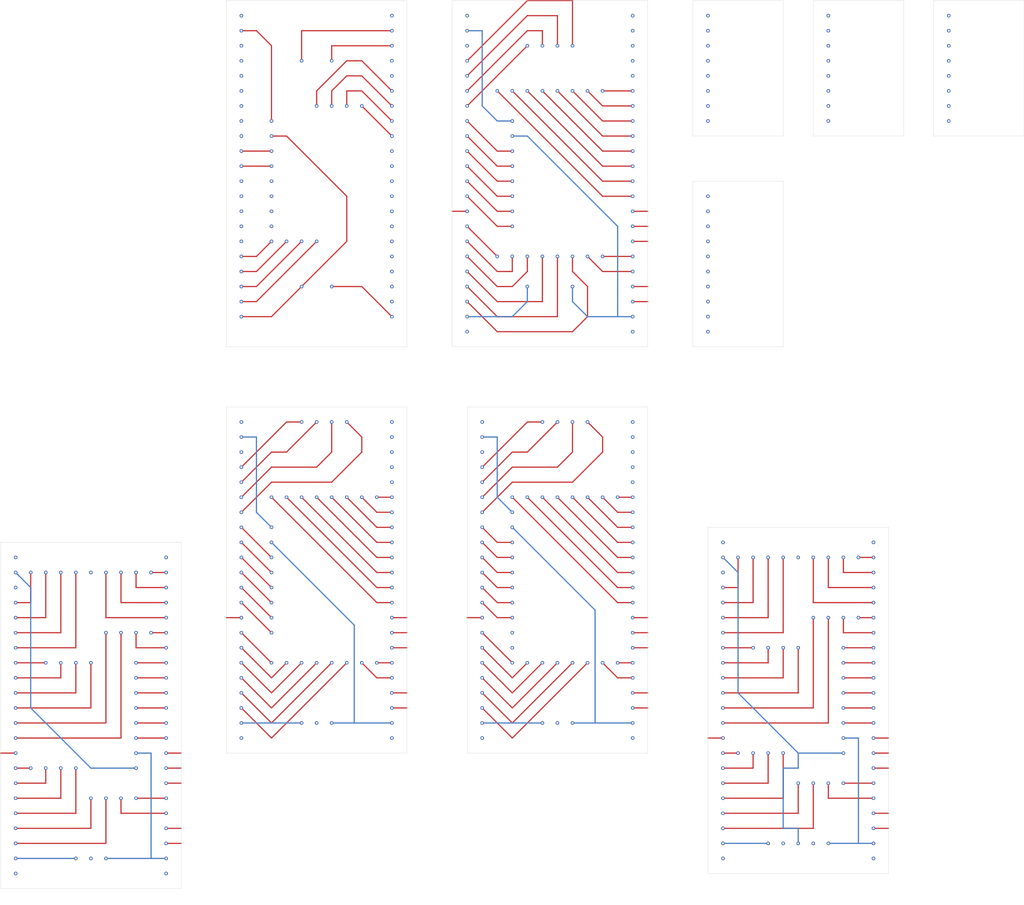
<source format=kicad_pcb>
(kicad_pcb (version 20240108) (generator "pcbnew") (generator_version "8.0")
  (layers (0 "F.Cu" signal) (31 "B.Cu" signal) (34 "B.Paste" user) (35 "F.Paste" user) (36 "B.SilkS" user "B.Silkscreen") (37 "F.SilkS" user "F.Silkscreen") (38 "B.Mask" user) (39 "F.Mask" user) (44 "Edge.Cuts" user))
  (net 0 "")
  (gr_line (start 160.02 33.02) (end 160.02 55.88) (stroke (width 0.05)) (layer "Edge.Cuts"))
  (gr_line (start 180.34 33.02) (end 180.34 55.88) (stroke (width 0.05)) (layer "Edge.Cuts"))
  (gr_line (start 175.26 33.02) (end 160.02 33.02) (stroke (width 0.05)) (layer "Edge.Cuts"))
  (gr_line (start 60.96 33.02) (end 60.96 91.44) (stroke (width 0.05)) (layer "Edge.Cuts"))
  (gr_line (start 172.72 121.92) (end 142.24 121.92) (stroke (width 0.05)) (layer "Edge.Cuts"))
  (gr_line (start 154.94 55.88) (end 139.7 55.88) (stroke (width 0.05)) (layer "Edge.Cuts"))
  (gr_line (start 195.58 33.02) (end 195.58 55.88) (stroke (width 0.05)) (layer "Edge.Cuts"))
  (gr_line (start 132.08 91.44) (end 132.08 33.02) (stroke (width 0.05)) (layer "Edge.Cuts"))
  (gr_line (start 53.34 124.46) (end 22.86 124.46) (stroke (width 0.05)) (layer "Edge.Cuts"))
  (gr_line (start 132.08 160.02) (end 132.08 101.6) (stroke (width 0.05)) (layer "Edge.Cuts"))
  (gr_line (start 91.44 101.6) (end 60.96 101.6) (stroke (width 0.05)) (layer "Edge.Cuts"))
  (gr_line (start 22.86 182.88) (end 53.34 182.88) (stroke (width 0.05)) (layer "Edge.Cuts"))
  (gr_line (start 154.94 63.5) (end 154.94 91.44) (stroke (width 0.05)) (layer "Edge.Cuts"))
  (gr_line (start 175.26 33.02) (end 175.26 55.88) (stroke (width 0.05)) (layer "Edge.Cuts"))
  (gr_line (start 195.58 55.88) (end 180.34 55.88) (stroke (width 0.05)) (layer "Edge.Cuts"))
  (gr_line (start 91.44 33.02) (end 60.96 33.02) (stroke (width 0.05)) (layer "Edge.Cuts"))
  (gr_line (start 142.24 180.34) (end 172.72 180.34) (stroke (width 0.05)) (layer "Edge.Cuts"))
  (gr_line (start 60.96 101.6) (end 60.96 160.02) (stroke (width 0.05)) (layer "Edge.Cuts"))
  (gr_line (start 154.94 33.02) (end 139.7 33.02) (stroke (width 0.05)) (layer "Edge.Cuts"))
  (gr_line (start 139.7 33.02) (end 139.7 55.88) (stroke (width 0.05)) (layer "Edge.Cuts"))
  (gr_line (start 99.06 91.44) (end 132.08 91.44) (stroke (width 0.05)) (layer "Edge.Cuts"))
  (gr_line (start 142.24 121.92) (end 142.24 180.34) (stroke (width 0.05)) (layer "Edge.Cuts"))
  (gr_line (start 101.6 160.02) (end 132.08 160.02) (stroke (width 0.05)) (layer "Edge.Cuts"))
  (gr_line (start 99.06 33.02) (end 99.06 91.44) (stroke (width 0.05)) (layer "Edge.Cuts"))
  (gr_line (start 154.94 33.02) (end 154.94 55.88) (stroke (width 0.05)) (layer "Edge.Cuts"))
  (gr_line (start 132.08 101.6) (end 101.6 101.6) (stroke (width 0.05)) (layer "Edge.Cuts"))
  (gr_line (start 175.26 55.88) (end 160.02 55.88) (stroke (width 0.05)) (layer "Edge.Cuts"))
  (gr_line (start 195.58 33.02) (end 180.34 33.02) (stroke (width 0.05)) (layer "Edge.Cuts"))
  (gr_line (start 91.44 91.44) (end 91.44 33.02) (stroke (width 0.05)) (layer "Edge.Cuts"))
  (gr_line (start 132.08 33.02) (end 99.06 33.02) (stroke (width 0.05)) (layer "Edge.Cuts"))
  (gr_line (start 172.72 180.34) (end 172.72 121.92) (stroke (width 0.05)) (layer "Edge.Cuts"))
  (gr_line (start 91.44 160.02) (end 91.44 101.6) (stroke (width 0.05)) (layer "Edge.Cuts"))
  (gr_line (start 154.94 63.5) (end 139.7 63.5) (stroke (width 0.05)) (layer "Edge.Cuts"))
  (gr_line (start 154.94 91.44) (end 139.7 91.44) (stroke (width 0.05)) (layer "Edge.Cuts"))
  (gr_line (start 53.34 182.88) (end 53.34 124.46) (stroke (width 0.05)) (layer "Edge.Cuts"))
  (gr_line (start 139.7 63.5) (end 139.7 91.44) (stroke (width 0.05)) (layer "Edge.Cuts"))
  (gr_line (start 60.96 91.44) (end 91.44 91.44) (stroke (width 0.05)) (layer "Edge.Cuts"))
  (gr_line (start 60.96 160.02) (end 91.44 160.02) (stroke (width 0.05)) (layer "Edge.Cuts"))
  (gr_line (start 22.86 124.46) (end 22.86 182.88) (stroke (width 0.05)) (layer "Edge.Cuts"))
  (gr_line (start 101.6 101.6) (end 101.6 160.02) (stroke (width 0.05)) (layer "Edge.Cuts"))
  (segment (start 68.58 157.48) (end 81.28 144.78) (width 0.2) (layer "F.Cu") (net 0))
  (segment (start 50.8 172.72) (end 53.34 172.72) (width 0.2) (layer "F.Cu") (net 0))
  (segment (start 101.6 60.96) (end 106.68 66.04) (width 0.2) (layer "F.Cu") (net 0))
  (segment (start 68.58 114.3) (end 63.5 119.38) (width 0.2) (layer "F.Cu") (net 0))
  (segment (start 104.14 127) (end 106.68 129.54) (width 0.2) (layer "F.Cu") (net 0))
  (segment (start 106.68 132.08) (end 109.22 132.08) (width 0.2) (layer "F.Cu") (net 0))
  (segment (start 101.6 63.5) (end 106.68 68.58) (width 0.2) (layer "F.Cu") (net 0))
  (segment (start 109.22 116.84) (end 127 134.62) (width 0.2) (layer "F.Cu") (net 0))
  (segment (start 78.74 48.26) (end 81.28 45.72) (width 0.2) (layer "F.Cu") (net 0))
  (segment (start 160.02 152.4) (end 144.78 152.4) (width 0.2) (layer "F.Cu") (net 0))
  (segment (start 127 134.62) (end 129.54 134.62) (width 0.2) (layer "F.Cu") (net 0))
  (segment (start 63.5 137.16) (end 60.96 137.16) (width 0.2) (layer "F.Cu") (net 0))
  (segment (start 25.4 142.24) (end 35.56 142.24) (width 0.2) (layer "F.Cu") (net 0))
  (segment (start 165.1 144.78) (end 170.18 144.78) (width 0.2) (layer "F.Cu") (net 0))
  (segment (start 170.18 157.48) (end 172.72 157.48) (width 0.2) (layer "F.Cu") (net 0))
  (segment (start 83.82 48.26) (end 88.9 53.34) (width 0.2) (layer "F.Cu") (net 0))
  (segment (start 121.92 76.2) (end 124.46 78.74) (width 0.2) (layer "F.Cu") (net 0))
  (segment (start 124.46 116.84) (end 127 119.38) (width 0.2) (layer "F.Cu") (net 0))
  (segment (start 78.74 114.3) (end 68.58 114.3) (width 0.2) (layer "F.Cu") (net 0))
  (segment (start 160.02 137.16) (end 160.02 152.4) (width 0.2) (layer "F.Cu") (net 0))
  (segment (start 86.36 129.54) (end 88.9 129.54) (width 0.2) (layer "F.Cu") (net 0))
  (segment (start 68.58 147.32) (end 71.12 144.78) (width 0.2) (layer "F.Cu") (net 0))
  (segment (start 104.14 132.08) (end 106.68 134.62) (width 0.2) (layer "F.Cu") (net 0))
  (segment (start 101.6 66.04) (end 106.68 71.12) (width 0.2) (layer "F.Cu") (net 0))
  (segment (start 86.36 119.38) (end 88.9 119.38) (width 0.2) (layer "F.Cu") (net 0))
  (segment (start 144.78 149.86) (end 157.48 149.86) (width 0.2) (layer "F.Cu") (net 0))
  (segment (start 111.76 33.02) (end 119.38 33.02) (width 0.2) (layer "F.Cu") (net 0))
  (segment (start 35.56 162.56) (end 35.56 170.18) (width 0.2) (layer "F.Cu") (net 0))
  (segment (start 38.1 152.4) (end 25.4 152.4) (width 0.2) (layer "F.Cu") (net 0))
  (segment (start 50.8 144.78) (end 45.72 144.78) (width 0.2) (layer "F.Cu") (net 0))
  (segment (start 88.9 139.7) (end 91.44 139.7) (width 0.2) (layer "F.Cu") (net 0))
  (segment (start 104.14 139.7) (end 109.22 144.78) (width 0.2) (layer "F.Cu") (net 0))
  (segment (start 111.76 38.1) (end 114.3 38.1) (width 0.2) (layer "F.Cu") (net 0))
  (segment (start 101.6 68.58) (end 99.06 68.58) (width 0.2) (layer "F.Cu") (net 0))
  (segment (start 30.48 137.16) (end 25.4 137.16) (width 0.2) (layer "F.Cu") (net 0))
  (segment (start 104.14 149.86) (end 109.22 154.94) (width 0.2) (layer "F.Cu") (net 0))
  (segment (start 63.5 152.4) (end 68.58 157.48) (width 0.2) (layer "F.Cu") (net 0))
  (segment (start 104.14 152.4) (end 109.22 157.48) (width 0.2) (layer "F.Cu") (net 0))
  (segment (start 63.5 60.96) (end 68.58 60.96) (width 0.2) (layer "F.Cu") (net 0))
  (segment (start 165.1 134.62) (end 160.02 134.62) (width 0.2) (layer "F.Cu") (net 0))
  (segment (start 38.1 172.72) (end 38.1 167.64) (width 0.2) (layer "F.Cu") (net 0))
  (segment (start 162.56 165.1) (end 162.56 167.64) (width 0.2) (layer "F.Cu") (net 0))
  (segment (start 68.58 116.84) (end 86.36 134.62) (width 0.2) (layer "F.Cu") (net 0))
  (segment (start 114.3 38.1) (end 114.3 40.64) (width 0.2) (layer "F.Cu") (net 0))
  (segment (start 116.84 48.26) (end 124.46 55.88) (width 0.2) (layer "F.Cu") (net 0))
  (segment (start 121.92 86.36) (end 121.92 81.28) (width 0.2) (layer "F.Cu") (net 0))
  (segment (start 127 132.08) (end 129.54 132.08) (width 0.2) (layer "F.Cu") (net 0))
  (segment (start 30.48 129.54) (end 30.48 137.16) (width 0.2) (layer "F.Cu") (net 0))
  (segment (start 88.9 152.4) (end 91.44 152.4) (width 0.2) (layer "F.Cu") (net 0))
  (segment (start 144.78 157.48) (end 142.24 157.48) (width 0.2) (layer "F.Cu") (net 0))
  (segment (start 71.12 73.66) (end 66.04 78.74) (width 0.2) (layer "F.Cu") (net 0))
  (segment (start 104.14 134.62) (end 106.68 137.16) (width 0.2) (layer "F.Cu") (net 0))
  (segment (start 162.56 132.08) (end 162.56 127) (width 0.2) (layer "F.Cu") (net 0))
  (segment (start 27.94 129.54) (end 27.94 134.62) (width 0.2) (layer "F.Cu") (net 0))
  (segment (start 63.5 124.46) (end 68.58 129.54) (width 0.2) (layer "F.Cu") (net 0))
  (segment (start 43.18 170.18) (end 43.18 167.64) (width 0.2) (layer "F.Cu") (net 0))
  (segment (start 165.1 127) (end 165.1 129.54) (width 0.2) (layer "F.Cu") (net 0))
  (segment (start 129.54 73.66) (end 132.08 73.66) (width 0.2) (layer "F.Cu") (net 0))
  (segment (start 106.68 66.04) (end 109.22 66.04) (width 0.2) (layer "F.Cu") (net 0))
  (segment (start 165.1 142.24) (end 170.18 142.24) (width 0.2) (layer "F.Cu") (net 0))
  (segment (start 48.26 129.54) (end 50.8 129.54) (width 0.2) (layer "F.Cu") (net 0))
  (segment (start 104.14 121.92) (end 106.68 124.46) (width 0.2) (layer "F.Cu") (net 0))
  (segment (start 157.48 170.18) (end 144.78 170.18) (width 0.2) (layer "F.Cu") (net 0))
  (segment (start 68.58 109.22) (end 63.5 114.3) (width 0.2) (layer "F.Cu") (net 0))
  (segment (start 68.58 53.34) (end 68.58 40.64) (width 0.2) (layer "F.Cu") (net 0))
  (segment (start 119.38 104.14) (end 119.38 109.22) (width 0.2) (layer "F.Cu") (net 0))
  (segment (start 144.78 160.02) (end 147.32 160.02) (width 0.2) (layer "F.Cu") (net 0))
  (segment (start 35.56 170.18) (end 25.4 170.18) (width 0.2) (layer "F.Cu") (net 0))
  (segment (start 124.46 48.26) (end 129.54 48.26) (width 0.2) (layer "F.Cu") (net 0))
  (segment (start 83.82 106.68) (end 83.82 109.22) (width 0.2) (layer "F.Cu") (net 0))
  (segment (start 81.28 73.66) (end 81.28 66.04) (width 0.2) (layer "F.Cu") (net 0))
  (segment (start 170.18 162.56) (end 172.72 162.56) (width 0.2) (layer "F.Cu") (net 0))
  (segment (start 157.48 165.1) (end 157.48 170.18) (width 0.2) (layer "F.Cu") (net 0))
  (segment (start 78.74 43.18) (end 78.74 40.64) (width 0.2) (layer "F.Cu") (net 0))
  (segment (start 144.78 147.32) (end 154.94 147.32) (width 0.2) (layer "F.Cu") (net 0))
  (segment (start 124.46 53.34) (end 129.54 53.34) (width 0.2) (layer "F.Cu") (net 0))
  (segment (start 76.2 48.26) (end 81.28 43.18) (width 0.2) (layer "F.Cu") (net 0))
  (segment (start 165.1 154.94) (end 170.18 154.94) (width 0.2) (layer "F.Cu") (net 0))
  (segment (start 129.54 137.16) (end 132.08 137.16) (width 0.2) (layer "F.Cu") (net 0))
  (segment (start 83.82 116.84) (end 86.36 119.38) (width 0.2) (layer "F.Cu") (net 0))
  (segment (start 109.22 157.48) (end 121.92 144.78) (width 0.2) (layer "F.Cu") (net 0))
  (segment (start 76.2 144.78) (end 68.58 152.4) (width 0.2) (layer "F.Cu") (net 0))
  (segment (start 63.5 149.86) (end 68.58 154.94) (width 0.2) (layer "F.Cu") (net 0))
  (segment (start 63.5 129.54) (end 68.58 134.62) (width 0.2) (layer "F.Cu") (net 0))
  (segment (start 111.76 104.14) (end 104.14 111.76) (width 0.2) (layer "F.Cu") (net 0))
  (segment (start 124.46 55.88) (end 129.54 55.88) (width 0.2) (layer "F.Cu") (net 0))
  (segment (start 109.22 81.28) (end 111.76 78.74) (width 0.2) (layer "F.Cu") (net 0))
  (segment (start 154.94 167.64) (end 144.78 167.64) (width 0.2) (layer "F.Cu") (net 0))
  (segment (start 63.5 132.08) (end 68.58 137.16) (width 0.2) (layer "F.Cu") (net 0))
  (segment (start 101.6 48.26) (end 111.76 38.1) (width 0.2) (layer "F.Cu") (net 0))
  (segment (start 129.54 142.24) (end 132.08 142.24) (width 0.2) (layer "F.Cu") (net 0))
  (segment (start 66.04 81.28) (end 63.5 81.28) (width 0.2) (layer "F.Cu") (net 0))
  (segment (start 78.74 40.64) (end 88.9 40.64) (width 0.2) (layer "F.Cu") (net 0))
  (segment (start 154.94 127) (end 154.94 139.7) (width 0.2) (layer "F.Cu") (net 0))
  (segment (start 104.14 60.96) (end 106.68 63.5) (width 0.2) (layer "F.Cu") (net 0))
  (segment (start 101.6 83.82) (end 106.68 88.9) (width 0.2) (layer "F.Cu") (net 0))
  (segment (start 104.14 137.16) (end 101.6 137.16) (width 0.2) (layer "F.Cu") (net 0))
  (segment (start 116.84 116.84) (end 127 127) (width 0.2) (layer "F.Cu") (net 0))
  (segment (start 81.28 48.26) (end 83.82 48.26) (width 0.2) (layer "F.Cu") (net 0))
  (segment (start 81.28 45.72) (end 83.82 45.72) (width 0.2) (layer "F.Cu") (net 0))
  (segment (start 154.94 160.02) (end 154.94 167.64) (width 0.2) (layer "F.Cu") (net 0))
  (segment (start 114.3 104.14) (end 111.76 104.14) (width 0.2) (layer "F.Cu") (net 0))
  (segment (start 111.76 116.84) (end 127 132.08) (width 0.2) (layer "F.Cu") (net 0))
  (segment (start 45.72 129.54) (end 45.72 132.08) (width 0.2) (layer "F.Cu") (net 0))
  (segment (start 33.02 162.56) (end 33.02 167.64) (width 0.2) (layer "F.Cu") (net 0))
  (segment (start 109.22 149.86) (end 114.3 144.78) (width 0.2) (layer "F.Cu") (net 0))
  (segment (start 109.22 147.32) (end 104.14 142.24) (width 0.2) (layer "F.Cu") (net 0))
  (segment (start 106.68 134.62) (end 109.22 134.62) (width 0.2) (layer "F.Cu") (net 0))
  (segment (start 30.48 144.78) (end 25.4 144.78) (width 0.2) (layer "F.Cu") (net 0))
  (segment (start 124.46 106.68) (end 124.46 109.22) (width 0.2) (layer "F.Cu") (net 0))
  (segment (start 106.68 88.9) (end 119.38 88.9) (width 0.2) (layer "F.Cu") (net 0))
  (segment (start 129.54 58.42) (end 124.46 58.42) (width 0.2) (layer "F.Cu") (net 0))
  (segment (start 76.2 50.8) (end 76.2 48.26) (width 0.2) (layer "F.Cu") (net 0))
  (segment (start 116.84 76.2) (end 116.84 86.36) (width 0.2) (layer "F.Cu") (net 0))
  (segment (start 83.82 109.22) (end 78.74 114.3) (width 0.2) (layer "F.Cu") (net 0))
  (segment (start 104.14 124.46) (end 106.68 127) (width 0.2) (layer "F.Cu") (net 0))
  (segment (start 165.1 129.54) (end 170.18 129.54) (width 0.2) (layer "F.Cu") (net 0))
  (segment (start 109.22 154.94) (end 119.38 144.78) (width 0.2) (layer "F.Cu") (net 0))
  (segment (start 50.8 154.94) (end 45.72 154.94) (width 0.2) (layer "F.Cu") (net 0))
  (segment (start 66.04 38.1) (end 63.5 38.1) (width 0.2) (layer "F.Cu") (net 0))
  (segment (start 35.56 149.86) (end 25.4 149.86) (width 0.2) (layer "F.Cu") (net 0))
  (segment (start 162.56 137.16) (end 162.56 154.94) (width 0.2) (layer "F.Cu") (net 0))
  (segment (start 129.54 139.7) (end 132.08 139.7) (width 0.2) (layer "F.Cu") (net 0))
  (segment (start 101.6 76.2) (end 106.68 81.28) (width 0.2) (layer "F.Cu") (net 0))
  (segment (start 154.94 139.7) (end 144.78 139.7) (width 0.2) (layer "F.Cu") (net 0))
  (segment (start 106.68 129.54) (end 109.22 129.54) (width 0.2) (layer "F.Cu") (net 0))
  (segment (start 68.58 40.64) (end 66.04 38.1) (width 0.2) (layer "F.Cu") (net 0))
  (segment (start 63.5 142.24) (end 68.58 147.32) (width 0.2) (layer "F.Cu") (net 0))
  (segment (start 83.82 50.8) (end 88.9 55.88) (width 0.2) (layer "F.Cu") (net 0))
  (segment (start 119.38 114.3) (end 109.22 114.3) (width 0.2) (layer "F.Cu") (net 0))
  (segment (start 111.76 109.22) (end 109.22 109.22) (width 0.2) (layer "F.Cu") (net 0))
  (segment (start 106.68 78.74) (end 109.22 78.74) (width 0.2) (layer "F.Cu") (net 0))
  (segment (start 78.74 50.8) (end 78.74 48.26) (width 0.2) (layer "F.Cu") (net 0))
  (segment (start 25.4 172.72) (end 38.1 172.72) (width 0.2) (layer "F.Cu") (net 0))
  (segment (start 86.36 144.78) (end 88.9 144.78) (width 0.2) (layer "F.Cu") (net 0))
  (segment (start 48.26 139.7) (end 50.8 139.7) (width 0.2) (layer "F.Cu") (net 0))
  (segment (start 63.5 134.62) (end 68.58 139.7) (width 0.2) (layer "F.Cu") (net 0))
  (segment (start 35.56 144.78) (end 35.56 149.86) (width 0.2) (layer "F.Cu") (net 0))
  (segment (start 127 124.46) (end 129.54 124.46) (width 0.2) (layer "F.Cu") (net 0))
  (segment (start 170.18 152.4) (end 165.1 152.4) (width 0.2) (layer "F.Cu") (net 0))
  (segment (start 109.22 114.3) (end 104.14 119.38) (width 0.2) (layer "F.Cu") (net 0))
  (segment (start 45.72 152.4) (end 50.8 152.4) (width 0.2) (layer "F.Cu") (net 0))
  (segment (start 124.46 63.5) (end 129.54 63.5) (width 0.2) (layer "F.Cu") (net 0))
  (segment (start 71.12 109.22) (end 68.58 109.22) (width 0.2) (layer "F.Cu") (net 0))
  (segment (start 124.46 109.22) (end 119.38 114.3) (width 0.2) (layer "F.Cu") (net 0))
  (segment (start 106.68 63.5) (end 109.22 63.5) (width 0.2) (layer "F.Cu") (net 0))
  (segment (start 81.28 43.18) (end 83.82 43.18) (width 0.2) (layer "F.Cu") (net 0))
  (segment (start 50.8 142.24) (end 45.72 142.24) (width 0.2) (layer "F.Cu") (net 0))
  (segment (start 104.14 144.78) (end 109.22 149.86) (width 0.2) (layer "F.Cu") (net 0))
  (segment (start 66.04 76.2) (end 63.5 76.2) (width 0.2) (layer "F.Cu") (net 0))
  (segment (start 68.58 154.94) (end 78.74 144.78) (width 0.2) (layer "F.Cu") (net 0))
  (segment (start 116.84 104.14) (end 111.76 109.22) (width 0.2) (layer "F.Cu") (net 0))
  (segment (start 101.6 45.72) (end 111.76 35.56) (width 0.2) (layer "F.Cu") (net 0))
  (segment (start 50.8 162.56) (end 53.34 162.56) (width 0.2) (layer "F.Cu") (net 0))
  (segment (start 157.48 149.86) (end 157.48 142.24) (width 0.2) (layer "F.Cu") (net 0))
  (segment (start 86.36 132.08) (end 88.9 132.08) (width 0.2) (layer "F.Cu") (net 0))
  (segment (start 73.66 116.84) (end 86.36 129.54) (width 0.2) (layer "F.Cu") (net 0))
  (segment (start 78.74 109.22) (end 76.2 111.76) (width 0.2) (layer "F.Cu") (net 0))
  (segment (start 88.9 149.86) (end 91.44 149.86) (width 0.2) (layer "F.Cu") (net 0))
  (segment (start 162.56 154.94) (end 144.78 154.94) (width 0.2) (layer "F.Cu") (net 0))
  (segment (start 33.02 167.64) (end 25.4 167.64) (width 0.2) (layer "F.Cu") (net 0))
  (segment (start 149.86 162.56) (end 149.86 160.02) (width 0.2) (layer "F.Cu") (net 0))
  (segment (start 45.72 142.24) (end 45.72 139.7) (width 0.2) (layer "F.Cu") (net 0))
  (segment (start 71.12 104.14) (end 63.5 111.76) (width 0.2) (layer "F.Cu") (net 0))
  (segment (start 38.1 144.78) (end 38.1 152.4) (width 0.2) (layer "F.Cu") (net 0))
  (segment (start 152.4 160.02) (end 152.4 165.1) (width 0.2) (layer "F.Cu") (net 0))
  (segment (start 149.86 134.62) (end 144.78 134.62) (width 0.2) (layer "F.Cu") (net 0))
  (segment (start 68.58 73.66) (end 66.04 76.2) (width 0.2) (layer "F.Cu") (net 0))
  (segment (start 160.02 134.62) (end 160.02 127) (width 0.2) (layer "F.Cu") (net 0))
  (segment (start 76.2 104.14) (end 71.12 109.22) (width 0.2) (layer "F.Cu") (net 0))
  (segment (start 86.36 127) (end 88.9 127) (width 0.2) (layer "F.Cu") (net 0))
  (segment (start 27.94 134.62) (end 25.4 134.62) (width 0.2) (layer "F.Cu") (net 0))
  (segment (start 106.68 71.12) (end 109.22 71.12) (width 0.2) (layer "F.Cu") (net 0))
  (segment (start 152.4 127) (end 152.4 137.16) (width 0.2) (layer "F.Cu") (net 0))
  (segment (start 86.36 134.62) (end 88.9 134.62) (width 0.2) (layer "F.Cu") (net 0))
  (segment (start 101.6 50.8) (end 111.76 40.64) (width 0.2) (layer "F.Cu") (net 0))
  (segment (start 83.82 144.78) (end 86.36 147.32) (width 0.2) (layer "F.Cu") (net 0))
  (segment (start 43.18 134.62) (end 43.18 129.54) (width 0.2) (layer "F.Cu") (net 0))
  (segment (start 27.94 162.56) (end 25.4 162.56) (width 0.2) (layer "F.Cu") (net 0))
  (segment (start 109.22 78.74) (end 109.22 76.2) (width 0.2) (layer "F.Cu") (net 0))
  (segment (start 101.6 71.12) (end 106.68 76.2) (width 0.2) (layer "F.Cu") (net 0))
  (segment (start 124.46 78.74) (end 129.54 78.74) (width 0.2) (layer "F.Cu") (net 0))
  (segment (start 124.46 144.78) (end 127 147.32) (width 0.2) (layer "F.Cu") (net 0))
  (segment (start 106.68 86.36) (end 101.6 81.28) (width 0.2) (layer "F.Cu") (net 0))
  (segment (start 73.66 81.28) (end 68.58 86.36) (width 0.2) (layer "F.Cu") (net 0))
  (segment (start 104.14 129.54) (end 106.68 132.08) (width 0.2) (layer "F.Cu") (net 0))
  (segment (start 127 129.54) (end 129.54 129.54) (width 0.2) (layer "F.Cu") (net 0))
  (segment (start 106.68 60.96) (end 109.22 60.96) (width 0.2) (layer "F.Cu") (net 0))
  (segment (start 119.38 48.26) (end 124.46 53.34) (width 0.2) (layer "F.Cu") (net 0))
  (segment (start 35.56 142.24) (end 35.56 129.54) (width 0.2) (layer "F.Cu") (net 0))
  (segment (start 129.54 83.82) (end 132.08 83.82) (width 0.2) (layer "F.Cu") (net 0))
  (segment (start 152.4 137.16) (end 144.78 137.16) (width 0.2) (layer "F.Cu") (net 0))
  (segment (start 78.74 116.84) (end 86.36 124.46) (width 0.2) (layer "F.Cu") (net 0))
  (segment (start 119.38 78.74) (end 119.38 76.2) (width 0.2) (layer "F.Cu") (net 0))
  (segment (start 86.36 116.84) (end 88.9 116.84) (width 0.2) (layer "F.Cu") (net 0))
  (segment (start 40.64 139.7) (end 40.64 154.94) (width 0.2) (layer "F.Cu") (net 0))
  (segment (start 109.22 152.4) (end 116.84 144.78) (width 0.2) (layer "F.Cu") (net 0))
  (segment (start 101.6 53.34) (end 106.68 58.42) (width 0.2) (layer "F.Cu") (net 0))
  (segment (start 149.86 127) (end 149.86 134.62) (width 0.2) (layer "F.Cu") (net 0))
  (segment (start 160.02 172.72) (end 144.78 172.72) (width 0.2) (layer "F.Cu") (net 0))
  (segment (start 119.38 88.9) (end 121.92 86.36) (width 0.2) (layer "F.Cu") (net 0))
  (segment (start 45.72 157.48) (end 50.8 157.48) (width 0.2) (layer "F.Cu") (net 0))
  (segment (start 63.5 139.7) (end 68.58 144.78) (width 0.2) (layer "F.Cu") (net 0))
  (segment (start 50.8 134.62) (end 43.18 134.62) (width 0.2) (layer "F.Cu") (net 0))
  (segment (start 88.9 137.16) (end 91.44 137.16) (width 0.2) (layer "F.Cu") (net 0))
  (segment (start 43.18 170.18) (end 50.8 170.18) (width 0.2) (layer "F.Cu") (net 0))
  (segment (start 33.02 139.7) (end 33.02 129.54) (width 0.2) (layer "F.Cu") (net 0))
  (segment (start 106.68 81.28) (end 109.22 81.28) (width 0.2) (layer "F.Cu") (net 0))
  (segment (start 50.8 149.86) (end 45.72 149.86) (width 0.2) (layer "F.Cu") (net 0))
  (segment (start 68.58 149.86) (end 63.5 144.78) (width 0.2) (layer "F.Cu") (net 0))
  (segment (start 76.2 111.76) (end 68.58 111.76) (width 0.2) (layer "F.Cu") (net 0))
  (segment (start 129.54 68.58) (end 132.08 68.58) (width 0.2) (layer "F.Cu") (net 0))
  (segment (start 167.64 137.16) (end 170.18 137.16) (width 0.2) (layer "F.Cu") (net 0))
  (segment (start 109.22 147.32) (end 111.76 144.78) (width 0.2) (layer "F.Cu") (net 0))
  (segment (start 170.18 160.02) (end 172.72 160.02) (width 0.2) (layer "F.Cu") (net 0))
  (segment (start 111.76 78.74) (end 111.76 76.2) (width 0.2) (layer "F.Cu") (net 0))
  (segment (start 81.28 104.14) (end 83.82 106.68) (width 0.2) (layer "F.Cu") (net 0))
  (segment (start 63.5 121.92) (end 68.58 127) (width 0.2) (layer "F.Cu") (net 0))
  (segment (start 81.28 116.84) (end 86.36 121.92) (width 0.2) (layer "F.Cu") (net 0))
  (segment (start 119.38 33.02) (end 119.38 40.64) (width 0.2) (layer "F.Cu") (net 0))
  (segment (start 154.94 147.32) (end 154.94 142.24) (width 0.2) (layer "F.Cu") (net 0))
  (segment (start 162.56 167.64) (end 170.18 167.64) (width 0.2) (layer "F.Cu") (net 0))
  (segment (start 106.68 127) (end 109.22 127) (width 0.2) (layer "F.Cu") (net 0))
  (segment (start 121.92 104.14) (end 124.46 106.68) (width 0.2) (layer "F.Cu") (net 0))
  (segment (start 109.22 48.26) (end 124.46 63.5) (width 0.2) (layer "F.Cu") (net 0))
  (segment (start 30.48 165.1) (end 25.4 165.1) (width 0.2) (layer "F.Cu") (net 0))
  (segment (start 68.58 86.36) (end 63.5 86.36) (width 0.2) (layer "F.Cu") (net 0))
  (segment (start 106.68 83.82) (end 114.3 83.82) (width 0.2) (layer "F.Cu") (net 0))
  (segment (start 129.54 152.4) (end 132.08 152.4) (width 0.2) (layer "F.Cu") (net 0))
  (segment (start 121.92 48.26) (end 124.46 50.8) (width 0.2) (layer "F.Cu") (net 0))
  (segment (start 129.54 71.12) (end 132.08 71.12) (width 0.2) (layer "F.Cu") (net 0))
  (segment (start 129.54 81.28) (end 132.08 81.28) (width 0.2) (layer "F.Cu") (net 0))
  (segment (start 109.22 109.22) (end 104.14 114.3) (width 0.2) (layer "F.Cu") (net 0))
  (segment (start 73.66 104.14) (end 71.12 104.14) (width 0.2) (layer "F.Cu") (net 0))
  (segment (start 127 121.92) (end 129.54 121.92) (width 0.2) (layer "F.Cu") (net 0))
  (segment (start 25.4 160.02) (end 22.86 160.02) (width 0.2) (layer "F.Cu") (net 0))
  (segment (start 116.84 111.76) (end 109.22 111.76) (width 0.2) (layer "F.Cu") (net 0))
  (segment (start 127 144.78) (end 129.54 144.78) (width 0.2) (layer "F.Cu") (net 0))
  (segment (start 124.46 58.42) (end 114.3 48.26) (width 0.2) (layer "F.Cu") (net 0))
  (segment (start 129.54 149.86) (end 132.08 149.86) (width 0.2) (layer "F.Cu") (net 0))
  (segment (start 127 119.38) (end 129.54 119.38) (width 0.2) (layer "F.Cu") (net 0))
  (segment (start 40.64 129.54) (end 40.64 137.16) (width 0.2) (layer "F.Cu") (net 0))
  (segment (start 50.8 160.02) (end 53.34 160.02) (width 0.2) (layer "F.Cu") (net 0))
  (segment (start 86.36 124.46) (end 88.9 124.46) (width 0.2) (layer "F.Cu") (net 0))
  (segment (start 165.1 139.7) (end 165.1 137.16) (width 0.2) (layer "F.Cu") (net 0))
  (segment (start 170.18 170.18) (end 172.72 170.18) (width 0.2) (layer "F.Cu") (net 0))
  (segment (start 45.72 132.08) (end 50.8 132.08) (width 0.2) (layer "F.Cu") (net 0))
  (segment (start 25.4 139.7) (end 33.02 139.7) (width 0.2) (layer "F.Cu") (net 0))
  (segment (start 33.02 147.32) (end 25.4 147.32) (width 0.2) (layer "F.Cu") (net 0))
  (segment (start 152.4 144.78) (end 152.4 142.24) (width 0.2) (layer "F.Cu") (net 0))
  (segment (start 124.46 76.2) (end 129.54 76.2) (width 0.2) (layer "F.Cu") (net 0))
  (segment (start 106.68 58.42) (end 109.22 58.42) (width 0.2) (layer "F.Cu") (net 0))
  (segment (start 106.68 48.26) (end 124.46 66.04) (width 0.2) (layer "F.Cu") (net 0))
  (segment (start 149.86 162.56) (end 144.78 162.56) (width 0.2) (layer "F.Cu") (net 0))
  (segment (start 147.32 132.08) (end 144.78 132.08) (width 0.2) (layer "F.Cu") (net 0))
  (segment (start 152.4 165.1) (end 144.78 165.1) (width 0.2) (layer "F.Cu") (net 0))
  (segment (start 101.6 73.66) (end 106.68 78.74) (width 0.2) (layer "F.Cu") (net 0))
  (segment (start 86.36 121.92) (end 88.9 121.92) (width 0.2) (layer "F.Cu") (net 0))
  (segment (start 106.68 124.46) (end 109.22 124.46) (width 0.2) (layer "F.Cu") (net 0))
  (segment (start 68.58 111.76) (end 63.5 116.84) (width 0.2) (layer "F.Cu") (net 0))
  (segment (start 73.66 81.28) (end 81.28 73.66) (width 0.2) (layer "F.Cu") (net 0))
  (segment (start 170.18 172.72) (end 172.72 172.72) (width 0.2) (layer "F.Cu") (net 0))
  (segment (start 119.38 109.22) (end 116.84 111.76) (width 0.2) (layer "F.Cu") (net 0))
  (segment (start 116.84 35.56) (end 116.84 40.64) (width 0.2) (layer "F.Cu") (net 0))
  (segment (start 144.78 142.24) (end 149.86 142.24) (width 0.2) (layer "F.Cu") (net 0))
  (segment (start 167.64 127) (end 170.18 127) (width 0.2) (layer "F.Cu") (net 0))
  (segment (start 127 116.84) (end 129.54 116.84) (width 0.2) (layer "F.Cu") (net 0))
  (segment (start 81.28 66.04) (end 71.12 55.88) (width 0.2) (layer "F.Cu") (net 0))
  (segment (start 165.1 134.62) (end 170.18 134.62) (width 0.2) (layer "F.Cu") (net 0))
  (segment (start 73.66 38.1) (end 88.9 38.1) (width 0.2) (layer "F.Cu") (net 0))
  (segment (start 124.46 66.04) (end 129.54 66.04) (width 0.2) (layer "F.Cu") (net 0))
  (segment (start 40.64 175.26) (end 40.64 167.64) (width 0.2) (layer "F.Cu") (net 0))
  (segment (start 116.84 86.36) (end 106.68 86.36) (width 0.2) (layer "F.Cu") (net 0))
  (segment (start 78.74 104.14) (end 78.74 109.22) (width 0.2) (layer "F.Cu") (net 0))
  (segment (start 127 147.32) (end 129.54 147.32) (width 0.2) (layer "F.Cu") (net 0))
  (segment (start 83.82 45.72) (end 88.9 50.8) (width 0.2) (layer "F.Cu") (net 0))
  (segment (start 43.18 157.48) (end 43.18 139.7) (width 0.2) (layer "F.Cu") (net 0))
  (segment (start 76.2 73.66) (end 66.04 83.82) (width 0.2) (layer "F.Cu") (net 0))
  (segment (start 63.5 127) (end 68.58 132.08) (width 0.2) (layer "F.Cu") (net 0))
  (segment (start 106.68 137.16) (end 109.22 137.16) (width 0.2) (layer "F.Cu") (net 0))
  (segment (start 78.74 81.28) (end 83.82 81.28) (width 0.2) (layer "F.Cu") (net 0))
  (segment (start 101.6 78.74) (end 106.68 83.82) (width 0.2) (layer "F.Cu") (net 0))
  (segment (start 68.58 58.42) (end 63.5 58.42) (width 0.2) (layer "F.Cu") (net 0))
  (segment (start 81.28 50.8) (end 81.28 48.26) (width 0.2) (layer "F.Cu") (net 0))
  (segment (start 124.46 50.8) (end 129.54 50.8) (width 0.2) (layer "F.Cu") (net 0))
  (segment (start 119.38 116.84) (end 127 124.46) (width 0.2) (layer "F.Cu") (net 0))
  (segment (start 124.46 60.96) (end 129.54 60.96) (width 0.2) (layer "F.Cu") (net 0))
  (segment (start 25.4 175.26) (end 40.64 175.26) (width 0.2) (layer "F.Cu") (net 0))
  (segment (start 165.1 165.1) (end 170.18 165.1) (width 0.2) (layer "F.Cu") (net 0))
  (segment (start 109.22 111.76) (end 104.14 116.84) (width 0.2) (layer "F.Cu") (net 0))
  (segment (start 66.04 78.74) (end 63.5 78.74) (width 0.2) (layer "F.Cu") (net 0))
  (segment (start 101.6 55.88) (end 106.68 60.96) (width 0.2) (layer "F.Cu") (net 0))
  (segment (start 101.6 43.18) (end 111.76 33.02) (width 0.2) (layer "F.Cu") (net 0))
  (segment (start 165.1 149.86) (end 170.18 149.86) (width 0.2) (layer "F.Cu") (net 0))
  (segment (start 111.76 48.26) (end 124.46 60.96) (width 0.2) (layer "F.Cu") (net 0))
  (segment (start 83.82 81.28) (end 88.9 86.36) (width 0.2) (layer "F.Cu") (net 0))
  (segment (start 25.4 157.48) (end 43.18 157.48) (width 0.2) (layer "F.Cu") (net 0))
  (segment (start 33.02 147.32) (end 33.02 144.78) (width 0.2) (layer "F.Cu") (net 0))
  (segment (start 76.2 116.84) (end 86.36 127) (width 0.2) (layer "F.Cu") (net 0))
  (segment (start 83.82 43.18) (end 88.9 48.26) (width 0.2) (layer "F.Cu") (net 0))
  (segment (start 73.66 73.66) (end 66.04 81.28) (width 0.2) (layer "F.Cu") (net 0))
  (segment (start 40.64 137.16) (end 50.8 137.16) (width 0.2) (layer "F.Cu") (net 0))
  (segment (start 147.32 132.08) (end 147.32 127) (width 0.2) (layer "F.Cu") (net 0))
  (segment (start 66.04 83.82) (end 63.5 83.82) (width 0.2) (layer "F.Cu") (net 0))
  (segment (start 114.3 116.84) (end 127 129.54) (width 0.2) (layer "F.Cu") (net 0))
  (segment (start 50.8 175.26) (end 53.34 175.26) (width 0.2) (layer "F.Cu") (net 0))
  (segment (start 144.78 144.78) (end 152.4 144.78) (width 0.2) (layer "F.Cu") (net 0))
  (segment (start 165.1 139.7) (end 170.18 139.7) (width 0.2) (layer "F.Cu") (net 0))
  (segment (start 71.12 55.88) (end 68.58 55.88) (width 0.2) (layer "F.Cu") (net 0))
  (segment (start 40.64 154.94) (end 25.4 154.94) (width 0.2) (layer "F.Cu") (net 0))
  (segment (start 68.58 149.86) (end 73.66 144.78) (width 0.2) (layer "F.Cu") (net 0))
  (segment (start 104.14 147.32) (end 109.22 152.4) (width 0.2) (layer "F.Cu") (net 0))
  (segment (start 86.36 147.32) (end 88.9 147.32) (width 0.2) (layer "F.Cu") (net 0))
  (segment (start 68.58 152.4) (end 63.5 147.32) (width 0.2) (layer "F.Cu") (net 0))
  (segment (start 71.12 116.84) (end 86.36 132.08) (width 0.2) (layer "F.Cu") (net 0))
  (segment (start 106.68 68.58) (end 109.22 68.58) (width 0.2) (layer "F.Cu") (net 0))
  (segment (start 73.66 43.18) (end 73.66 38.1) (width 0.2) (layer "F.Cu") (net 0))
  (segment (start 121.92 116.84) (end 127 121.92) (width 0.2) (layer "F.Cu") (net 0))
  (segment (start 30.48 162.56) (end 30.48 165.1) (width 0.2) (layer "F.Cu") (net 0))
  (segment (start 160.02 165.1) (end 160.02 172.72) (width 0.2) (layer "F.Cu") (net 0))
  (segment (start 114.3 83.82) (end 114.3 76.2) (width 0.2) (layer "F.Cu") (net 0))
  (segment (start 88.9 142.24) (end 91.44 142.24) (width 0.2) (layer "F.Cu") (net 0))
  (segment (start 127 127) (end 129.54 127) (width 0.2) (layer "F.Cu") (net 0))
  (segment (start 111.76 35.56) (end 116.84 35.56) (width 0.2) (layer "F.Cu") (net 0))
  (segment (start 45.72 167.64) (end 50.8 167.64) (width 0.2) (layer "F.Cu") (net 0))
  (segment (start 170.18 132.08) (end 162.56 132.08) (width 0.2) (layer "F.Cu") (net 0))
  (segment (start 101.6 58.42) (end 104.14 60.96) (width 0.2) (layer "F.Cu") (net 0))
  (segment (start 170.18 147.32) (end 165.1 147.32) (width 0.2) (layer "F.Cu") (net 0))
  (segment (start 121.92 81.28) (end 119.38 78.74) (width 0.2) (layer "F.Cu") (net 0))
  (segment (start 50.8 165.1) (end 53.34 165.1) (width 0.2) (layer "F.Cu") (net 0))
  (segment (start 45.72 147.32) (end 50.8 147.32) (width 0.2) (layer "F.Cu") (net 0))
  (via (at 154.94 142.24) (size 0.6) (drill 0.3) (layers "F.Cu" "B.Cu") (net 0))
  (via (at 25.4 142.24) (size 0.6) (drill 0.3) (layers "F.Cu" "B.Cu") (net 0))
  (via (at 101.6 81.28) (size 0.6) (drill 0.3) (layers "F.Cu" "B.Cu") (net 0))
  (via (at 144.78 147.32) (size 0.6) (drill 0.3) (layers "F.Cu" "B.Cu") (net 0))
  (via (at 129.54 58.42) (size 0.6) (drill 0.3) (layers "F.Cu" "B.Cu") (net 0))
  (via (at 88.9 139.7) (size 0.6) (drill 0.3) (layers "F.Cu" "B.Cu") (net 0))
  (via (at 78.74 144.78) (size 0.6) (drill 0.3) (layers "F.Cu" "B.Cu") (net 0))
  (via (at 144.78 172.72) (size 0.6) (drill 0.3) (layers "F.Cu" "B.Cu") (net 0))
  (via (at 101.6 50.8) (size 0.6) (drill 0.3) (layers "F.Cu" "B.Cu") (net 0))
  (via (at 73.66 116.84) (size 0.6) (drill 0.3) (layers "F.Cu" "B.Cu") (net 0))
  (via (at 116.84 104.14) (size 0.6) (drill 0.3) (layers "F.Cu" "B.Cu") (net 0))
  (via (at 63.5 124.46) (size 0.6) (drill 0.3) (layers "F.Cu" "B.Cu") (net 0))
  (via (at 129.54 129.54) (size 0.6) (drill 0.3) (layers "F.Cu" "B.Cu") (net 0))
  (via (at 63.5 142.24) (size 0.6) (drill 0.3) (layers "F.Cu" "B.Cu") (net 0))
  (via (at 167.64 137.16) (size 0.6) (drill 0.3) (layers "F.Cu" "B.Cu") (net 0))
  (via (at 88.9 121.92) (size 0.6) (drill 0.3) (layers "F.Cu" "B.Cu") (net 0))
  (via (at 170.18 152.4) (size 0.6) (drill 0.3) (layers "F.Cu" "B.Cu") (net 0))
  (via (at 111.76 81.28) (size 0.6) (drill 0.3) (layers "F.Cu" "B.Cu") (net 0))
  (via (at 63.5 35.56) (size 0.6) (drill 0.3) (layers "F.Cu" "B.Cu") (net 0))
  (via (at 144.78 142.24) (size 0.6) (drill 0.3) (layers "F.Cu" "B.Cu") (net 0))
  (via (at 109.22 127) (size 0.6) (drill 0.3) (layers "F.Cu" "B.Cu") (net 0))
  (via (at 149.86 127) (size 0.6) (drill 0.3) (layers "F.Cu" "B.Cu") (net 0))
  (via (at 45.72 144.78) (size 0.6) (drill 0.3) (layers "F.Cu" "B.Cu") (net 0))
  (via (at 45.72 162.56) (size 0.6) (drill 0.3) (layers "F.Cu" "B.Cu") (net 0))
  (via (at 68.58 124.46) (size 0.6) (drill 0.3) (layers "F.Cu" "B.Cu") (net 0))
  (via (at 129.54 40.64) (size 0.6) (drill 0.3) (layers "F.Cu" "B.Cu") (net 0))
  (via (at 162.56 48.26) (size 0.6) (drill 0.3) (layers "F.Cu" "B.Cu") (net 0))
  (via (at 101.6 88.9) (size 0.6) (drill 0.3) (layers "F.Cu" "B.Cu") (net 0))
  (via (at 165.1 137.16) (size 0.6) (drill 0.3) (layers "F.Cu" "B.Cu") (net 0))
  (via (at 78.74 81.28) (size 0.6) (drill 0.3) (layers "F.Cu" "B.Cu") (net 0))
  (via (at 121.92 116.84) (size 0.6) (drill 0.3) (layers "F.Cu" "B.Cu") (net 0))
  (via (at 81.28 50.8) (size 0.6) (drill 0.3) (layers "F.Cu" "B.Cu") (net 0))
  (via (at 109.22 116.84) (size 0.6) (drill 0.3) (layers "F.Cu" "B.Cu") (net 0))
  (via (at 157.48 165.1) (size 0.6) (drill 0.3) (layers "F.Cu" "B.Cu") (net 0))
  (via (at 109.22 121.92) (size 0.6) (drill 0.3) (layers "F.Cu" "B.Cu") (net 0))
  (via (at 101.6 48.26) (size 0.6) (drill 0.3) (layers "F.Cu" "B.Cu") (net 0))
  (via (at 129.54 132.08) (size 0.6) (drill 0.3) (layers "F.Cu" "B.Cu") (net 0))
  (via (at 63.5 76.2) (size 0.6) (drill 0.3) (layers "F.Cu" "B.Cu") (net 0))
  (via (at 27.94 162.56) (size 0.6) (drill 0.3) (layers "F.Cu" "B.Cu") (net 0))
  (via (at 68.58 129.54) (size 0.6) (drill 0.3) (layers "F.Cu" "B.Cu") (net 0))
  (via (at 104.14 124.46) (size 0.6) (drill 0.3) (layers "F.Cu" "B.Cu") (net 0))
  (via (at 144.78 152.4) (size 0.6) (drill 0.3) (layers "F.Cu" "B.Cu") (net 0))
  (via (at 68.58 144.78) (size 0.6) (drill 0.3) (layers "F.Cu" "B.Cu") (net 0))
  (via (at 142.24 71.12) (size 0.6) (drill 0.3) (layers "F.Cu" "B.Cu") (net 0))
  (via (at 129.54 149.86) (size 0.6) (drill 0.3) (layers "F.Cu" "B.Cu") (net 0))
  (via (at 63.5 137.16) (size 0.6) (drill 0.3) (layers "F.Cu" "B.Cu") (net 0))
  (via (at 162.56 40.64) (size 0.6) (drill 0.3) (layers "F.Cu" "B.Cu") (net 0))
  (via (at 109.22 55.88) (size 0.6) (drill 0.3) (layers "F.Cu" "B.Cu") (net 0))
  (via (at 160.02 127) (size 0.6) (drill 0.3) (layers "F.Cu" "B.Cu") (net 0))
  (via (at 88.9 76.2) (size 0.6) (drill 0.3) (layers "F.Cu" "B.Cu") (net 0))
  (via (at 119.38 104.14) (size 0.6) (drill 0.3) (layers "F.Cu" "B.Cu") (net 0))
  (via (at 129.54 88.9) (size 0.6) (drill 0.3) (layers "F.Cu" "B.Cu") (net 0))
  (via (at 127 116.84) (size 0.6) (drill 0.3) (layers "F.Cu" "B.Cu") (net 0))
  (via (at 165.1 154.94) (size 0.6) (drill 0.3) (layers "F.Cu" "B.Cu") (net 0))
  (via (at 165.1 165.1) (size 0.6) (drill 0.3) (layers "F.Cu" "B.Cu") (net 0))
  (via (at 104.14 104.14) (size 0.6) (drill 0.3) (layers "F.Cu" "B.Cu") (net 0))
  (via (at 144.78 144.78) (size 0.6) (drill 0.3) (layers "F.Cu" "B.Cu") (net 0))
  (via (at 165.1 149.86) (size 0.6) (drill 0.3) (layers "F.Cu" "B.Cu") (net 0))
  (via (at 111.76 116.84) (size 0.6) (drill 0.3) (layers "F.Cu" "B.Cu") (net 0))
  (via (at 35.56 129.54) (size 0.6) (drill 0.3) (layers "F.Cu" "B.Cu") (net 0))
  (via (at 165.1 152.4) (size 0.6) (drill 0.3) (layers "F.Cu" "B.Cu") (net 0))
  (via (at 88.9 127) (size 0.6) (drill 0.3) (layers "F.Cu" "B.Cu") (net 0))
  (via (at 109.22 58.42) (size 0.6) (drill 0.3) (layers "F.Cu" "B.Cu") (net 0))
  (via (at 88.9 142.24) (size 0.6) (drill 0.3) (layers "F.Cu" "B.Cu") (net 0))
  (via (at 68.58 63.5) (size 0.6) (drill 0.3) (layers "F.Cu" "B.Cu") (net 0))
  (via (at 124.46 144.78) (size 0.6) (drill 0.3) (layers "F.Cu" "B.Cu") (net 0))
  (via (at 129.54 38.1) (size 0.6) (drill 0.3) (layers "F.Cu" "B.Cu") (net 0))
  (via (at 114.3 76.2) (size 0.6) (drill 0.3) (layers "F.Cu" "B.Cu") (net 0))
  (via (at 40.64 139.7) (size 0.6) (drill 0.3) (layers "F.Cu" "B.Cu") (net 0))
  (via (at 104.14 142.24) (size 0.6) (drill 0.3) (layers "F.Cu" "B.Cu") (net 0))
  (via (at 142.24 76.2) (size 0.6) (drill 0.3) (layers "F.Cu" "B.Cu") (net 0))
  (via (at 68.58 121.92) (size 0.6) (drill 0.3) (layers "F.Cu" "B.Cu") (net 0))
  (via (at 50.8 144.78) (size 0.6) (drill 0.3) (layers "F.Cu" "B.Cu") (net 0))
  (via (at 104.14 149.86) (size 0.6) (drill 0.3) (layers "F.Cu" "B.Cu") (net 0))
  (via (at 25.4 154.94) (size 0.6) (drill 0.3) (layers "F.Cu" "B.Cu") (net 0))
  (via (at 129.54 45.72) (size 0.6) (drill 0.3) (layers "F.Cu" "B.Cu") (net 0))
  (via (at 25.4 139.7) (size 0.6) (drill 0.3) (layers "F.Cu" "B.Cu") (net 0))
  (via (at 88.9 114.3) (size 0.6) (drill 0.3) (layers "F.Cu" "B.Cu") (net 0))
  (via (at 129.54 121.92) (size 0.6) (drill 0.3) (layers "F.Cu" "B.Cu") (net 0))
  (via (at 170.18 165.1) (size 0.6) (drill 0.3) (layers "F.Cu" "B.Cu") (net 0))
  (via (at 165.1 160.02) (size 0.6) (drill 0.3) (layers "F.Cu" "B.Cu") (net 0))
  (via (at 121.92 104.14) (size 0.6) (drill 0.3) (layers "F.Cu" "B.Cu") (net 0))
  (via (at 142.24 53.34) (size 0.6) (drill 0.3) (layers "F.Cu" "B.Cu") (net 0))
  (via (at 63.5 63.5) (size 0.6) (drill 0.3) (layers "F.Cu" "B.Cu") (net 0))
  (via (at 104.14 121.92) (size 0.6) (drill 0.3) (layers "F.Cu" "B.Cu") (net 0))
  (via (at 104.14 157.48) (size 0.6) (drill 0.3) (layers "F.Cu" "B.Cu") (net 0))
  (via (at 88.9 40.64) (size 0.6) (drill 0.3) (layers "F.Cu" "B.Cu") (net 0))
  (via (at 45.72 129.54) (size 0.6) (drill 0.3) (layers "F.Cu" "B.Cu") (net 0))
  (via (at 104.14 111.76) (size 0.6) (drill 0.3) (layers "F.Cu" "B.Cu") (net 0))
  (via (at 101.6 45.72) (size 0.6) (drill 0.3) (layers "F.Cu" "B.Cu") (net 0))
  (via (at 101.6 60.96) (size 0.6) (drill 0.3) (layers "F.Cu" "B.Cu") (net 0))
  (via (at 81.28 116.84) (size 0.6) (drill 0.3) (layers "F.Cu" "B.Cu") (net 0))
  (via (at 142.24 86.36) (size 0.6) (drill 0.3) (layers "F.Cu" "B.Cu") (net 0))
  (via (at 25.4 170.18) (size 0.6) (drill 0.3) (layers "F.Cu" "B.Cu") (net 0))
  (via (at 142.24 78.74) (size 0.6) (drill 0.3) (layers "F.Cu" "B.Cu") (net 0))
  (via (at 25.4 127) (size 0.6) (drill 0.3) (layers "F.Cu" "B.Cu") (net 0))
  (via (at 104.14 114.3) (size 0.6) (drill 0.3) (layers "F.Cu" "B.Cu") (net 0))
  (via (at 162.56 50.8) (size 0.6) (drill 0.3) (layers "F.Cu" "B.Cu") (net 0))
  (via (at 25.4 157.48) (size 0.6) (drill 0.3) (layers "F.Cu" "B.Cu") (net 0))
  (via (at 68.58 71.12) (size 0.6) (drill 0.3) (layers "F.Cu" "B.Cu") (net 0))
  (via (at 83.82 50.8) (size 0.6) (drill 0.3) (layers "F.Cu" "B.Cu") (net 0))
  (via (at 129.54 73.66) (size 0.6) (drill 0.3) (layers "F.Cu" "B.Cu") (net 0))
  (via (at 50.8 142.24) (size 0.6) (drill 0.3) (layers "F.Cu" "B.Cu") (net 0))
  (via (at 144.78 124.46) (size 0.6) (drill 0.3) (layers "F.Cu" "B.Cu") (net 0))
  (via (at 170.18 134.62) (size 0.6) (drill 0.3) (layers "F.Cu" "B.Cu") (net 0))
  (via (at 142.24 40.64) (size 0.6) (drill 0.3) (layers "F.Cu" "B.Cu") (net 0))
  (via (at 111.76 48.26) (size 0.6) (drill 0.3) (layers "F.Cu" "B.Cu") (net 0))
  (via (at 129.54 127) (size 0.6) (drill 0.3) (layers "F.Cu" "B.Cu") (net 0))
  (via (at 129.54 86.36) (size 0.6) (drill 0.3) (layers "F.Cu" "B.Cu") (net 0))
  (via (at 63.5 134.62) (size 0.6) (drill 0.3) (layers "F.Cu" "B.Cu") (net 0))
  (via (at 101.6 68.58) (size 0.6) (drill 0.3) (layers "F.Cu" "B.Cu") (net 0))
  (via (at 63.5 81.28) (size 0.6) (drill 0.3) (layers "F.Cu" "B.Cu") (net 0))
  (via (at 88.9 43.18) (size 0.6) (drill 0.3) (layers "F.Cu" "B.Cu") (net 0))
  (via (at 50.8 137.16) (size 0.6) (drill 0.3) (layers "F.Cu" "B.Cu") (net 0))
  (via (at 182.88 45.72) (size 0.6) (drill 0.3) (layers "F.Cu" "B.Cu") (net 0))
  (via (at 88.9 50.8) (size 0.6) (drill 0.3) (layers "F.Cu" "B.Cu") (net 0))
  (via (at 109.22 139.7) (size 0.6) (drill 0.3) (layers "F.Cu" "B.Cu") (net 0))
  (via (at 25.4 137.16) (size 0.6) (drill 0.3) (layers "F.Cu" "B.Cu") (net 0))
  (via (at 170.18 129.54) (size 0.6) (drill 0.3) (layers "F.Cu" "B.Cu") (net 0))
  (via (at 63.5 40.64) (size 0.6) (drill 0.3) (layers "F.Cu" "B.Cu") (net 0))
  (via (at 63.5 58.42) (size 0.6) (drill 0.3) (layers "F.Cu" "B.Cu") (net 0))
  (via (at 25.4 175.26) (size 0.6) (drill 0.3) (layers "F.Cu" "B.Cu") (net 0))
  (via (at 73.66 43.18) (size 0.6) (drill 0.3) (layers "F.Cu" "B.Cu") (net 0))
  (via (at 88.9 68.58) (size 0.6) (drill 0.3) (layers "F.Cu" "B.Cu") (net 0))
  (via (at 33.02 162.56) (size 0.6) (drill 0.3) (layers "F.Cu" "B.Cu") (net 0))
  (via (at 170.18 142.24) (size 0.6) (drill 0.3) (layers "F.Cu" "B.Cu") (net 0))
  (via (at 142.24 66.04) (size 0.6) (drill 0.3) (layers "F.Cu" "B.Cu") (net 0))
  (via (at 101.6 71.12) (size 0.6) (drill 0.3) (layers "F.Cu" "B.Cu") (net 0))
  (via (at 116.84 116.84) (size 0.6) (drill 0.3) (layers "F.Cu" "B.Cu") (net 0))
  (via (at 48.26 129.54) (size 0.6) (drill 0.3) (layers "F.Cu" "B.Cu") (net 0))
  (via (at 68.58 55.88) (size 0.6) (drill 0.3) (layers "F.Cu" "B.Cu") (net 0))
  (via (at 50.8 127) (size 0.6) (drill 0.3) (layers "F.Cu" "B.Cu") (net 0))
  (via (at 38.1 144.78) (size 0.6) (drill 0.3) (layers "F.Cu" "B.Cu") (net 0))
  (via (at 104.14 109.22) (size 0.6) (drill 0.3) (layers "F.Cu" "B.Cu") (net 0))
  (via (at 182.88 38.1) (size 0.6) (drill 0.3) (layers "F.Cu" "B.Cu") (net 0))
  (via (at 76.2 116.84) (size 0.6) (drill 0.3) (layers "F.Cu" "B.Cu") (net 0))
  (via (at 104.14 144.78) (size 0.6) (drill 0.3) (layers "F.Cu" "B.Cu") (net 0))
  (via (at 104.14 106.68) (size 0.6) (drill 0.3) (layers "F.Cu" "B.Cu") (net 0))
  (via (at 63.5 45.72) (size 0.6) (drill 0.3) (layers "F.Cu" "B.Cu") (net 0))
  (via (at 129.54 43.18) (size 0.6) (drill 0.3) (layers "F.Cu" "B.Cu") (net 0))
  (via (at 170.18 160.02) (size 0.6) (drill 0.3) (layers "F.Cu" "B.Cu") (net 0))
  (via (at 144.78 137.16) (size 0.6) (drill 0.3) (layers "F.Cu" "B.Cu") (net 0))
  (via (at 45.72 139.7) (size 0.6) (drill 0.3) (layers "F.Cu" "B.Cu") (net 0))
  (via (at 63.5 147.32) (size 0.6) (drill 0.3) (layers "F.Cu" "B.Cu") (net 0))
  (via (at 160.02 175.26) (size 0.6) (drill 0.3) (layers "F.Cu" "B.Cu") (net 0))
  (via (at 83.82 116.84) (size 0.6) (drill 0.3) (layers "F.Cu" "B.Cu") (net 0))
  (via (at 25.4 162.56) (size 0.6) (drill 0.3) (layers "F.Cu" "B.Cu") (net 0))
  (via (at 162.56 35.56) (size 0.6) (drill 0.3) (layers "F.Cu" "B.Cu") (net 0))
  (via (at 104.14 139.7) (size 0.6) (drill 0.3) (layers "F.Cu" "B.Cu") (net 0))
  (via (at 116.84 48.26) (size 0.6) (drill 0.3) (layers "F.Cu" "B.Cu") (net 0))
  (via (at 68.58 137.16) (size 0.6) (drill 0.3) (layers "F.Cu" "B.Cu") (net 0))
  (via (at 121.92 48.26) (size 0.6) (drill 0.3) (layers "F.Cu" "B.Cu") (net 0))
  (via (at 124.46 76.2) (size 0.6) (drill 0.3) (layers "F.Cu" "B.Cu") (net 0))
  (via (at 154.94 127) (size 0.6) (drill 0.3) (layers "F.Cu" "B.Cu") (net 0))
  (via (at 170.18 177.8) (size 0.6) (drill 0.3) (layers "F.Cu" "B.Cu") (net 0))
  (via (at 170.18 162.56) (size 0.6) (drill 0.3) (layers "F.Cu" "B.Cu") (net 0))
  (via (at 71.12 144.78) (size 0.6) (drill 0.3) (layers "F.Cu" "B.Cu") (net 0))
  (via (at 25.4 149.86) (size 0.6) (drill 0.3) (layers "F.Cu" "B.Cu") (net 0))
  (via (at 170.18 137.16) (size 0.6) (drill 0.3) (layers "F.Cu" "B.Cu") (net 0))
  (via (at 124.46 48.26) (size 0.6) (drill 0.3) (layers "F.Cu" "B.Cu") (net 0))
  (via (at 88.9 132.08) (size 0.6) (drill 0.3) (layers "F.Cu" "B.Cu") (net 0))
  (via (at 116.84 144.78) (size 0.6) (drill 0.3) (layers "F.Cu" "B.Cu") (net 0))
  (via (at 50.8 157.48) (size 0.6) (drill 0.3) (layers "F.Cu" "B.Cu") (net 0))
  (via (at 50.8 149.86) (size 0.6) (drill 0.3) (layers "F.Cu" "B.Cu") (net 0))
  (via (at 50.8 129.54) (size 0.6) (drill 0.3) (layers "F.Cu" "B.Cu") (net 0))
  (via (at 73.66 73.66) (size 0.6) (drill 0.3) (layers "F.Cu" "B.Cu") (net 0))
  (via (at 63.5 48.26) (size 0.6) (drill 0.3) (layers "F.Cu" "B.Cu") (net 0))
  (via (at 170.18 124.46) (size 0.6) (drill 0.3) (layers "F.Cu" "B.Cu") (net 0))
  (via (at 88.9 63.5) (size 0.6) (drill 0.3) (layers "F.Cu" "B.Cu") (net 0))
  (via (at 25.4 167.64) (size 0.6) (drill 0.3) (layers "F.Cu" "B.Cu") (net 0))
  (via (at 165.1 144.78) (size 0.6) (drill 0.3) (layers "F.Cu" "B.Cu") (net 0))
  (via (at 147.32 160.02) (size 0.6) (drill 0.3) (layers "F.Cu" "B.Cu") (net 0))
  (via (at 162.56 53.34) (size 0.6) (drill 0.3) (layers "F.Cu" "B.Cu") (net 0))
  (via (at 63.5 139.7) (size 0.6) (drill 0.3) (layers "F.Cu" "B.Cu") (net 0))
  (via (at 182.88 53.34) (size 0.6) (drill 0.3) (layers "F.Cu" "B.Cu") (net 0))
  (via (at 76.2 73.66) (size 0.6) (drill 0.3) (layers "F.Cu" "B.Cu") (net 0))
  (via (at 109.22 68.58) (size 0.6) (drill 0.3) (layers "F.Cu" "B.Cu") (net 0))
  (via (at 63.5 114.3) (size 0.6) (drill 0.3) (layers "F.Cu" "B.Cu") (net 0))
  (via (at 50.8 167.64) (size 0.6) (drill 0.3) (layers "F.Cu" "B.Cu") (net 0))
  (via (at 50.8 170.18) (size 0.6) (drill 0.3) (layers "F.Cu" "B.Cu") (net 0))
  (via (at 162.56 137.16) (size 0.6) (drill 0.3) (layers "F.Cu" "B.Cu") (net 0))
  (via (at 25.4 160.02) (size 0.6) (drill 0.3) (layers "F.Cu" "B.Cu") (net 0))
  (via (at 88.9 60.96) (size 0.6) (drill 0.3) (layers "F.Cu" "B.Cu") (net 0))
  (via (at 129.54 50.8) (size 0.6) (drill 0.3) (layers "F.Cu" "B.Cu") (net 0))
  (via (at 170.18 147.32) (size 0.6) (drill 0.3) (layers "F.Cu" "B.Cu") (net 0))
  (via (at 50.8 147.32) (size 0.6) (drill 0.3) (layers "F.Cu" "B.Cu") (net 0))
  (via (at 83.82 144.78) (size 0.6) (drill 0.3) (layers "F.Cu" "B.Cu") (net 0))
  (via (at 104.14 154.94) (size 0.6) (drill 0.3) (layers "F.Cu" "B.Cu") (net 0))
  (via (at 71.12 73.66) (size 0.6) (drill 0.3) (layers "F.Cu" "B.Cu") (net 0))
  (via (at 129.54 66.04) (size 0.6) (drill 0.3) (layers "F.Cu" "B.Cu") (net 0))
  (via (at 88.9 129.54) (size 0.6) (drill 0.3) (layers "F.Cu" "B.Cu") (net 0))
  (via (at 63.5 129.54) (size 0.6) (drill 0.3) (layers "F.Cu" "B.Cu") (net 0))
  (via (at 25.4 165.1) (size 0.6) (drill 0.3) (layers "F.Cu" "B.Cu") (net 0))
  (via (at 111.76 76.2) (size 0.6) (drill 0.3) (layers "F.Cu" "B.Cu") (net 0))
  (via (at 63.5 121.92) (size 0.6) (drill 0.3) (layers "F.Cu" "B.Cu") (net 0))
  (via (at 167.64 127) (size 0.6) (drill 0.3) (layers "F.Cu" "B.Cu") (net 0))
  (via (at 25.4 144.78) (size 0.6) (drill 0.3) (layers "F.Cu" "B.Cu") (net 0))
  (via (at 149.86 142.24) (size 0.6) (drill 0.3) (layers "F.Cu" "B.Cu") (net 0))
  (via (at 114.3 154.94) (size 0.6) (drill 0.3) (layers "F.Cu" "B.Cu") (net 0))
  (via (at 142.24 35.56) (size 0.6) (drill 0.3) (layers "F.Cu" "B.Cu") (net 0))
  (via (at 165.1 147.32) (size 0.6) (drill 0.3) (layers "F.Cu" "B.Cu") (net 0))
  (via (at 88.9 48.26) (size 0.6) (drill 0.3) (layers "F.Cu" "B.Cu") (net 0))
  (via (at 129.54 139.7) (size 0.6) (drill 0.3) (layers "F.Cu" "B.Cu") (net 0))
  (via (at 160.02 165.1) (size 0.6) (drill 0.3) (layers "F.Cu" "B.Cu") (net 0))
  (via (at 129.54 53.34) (size 0.6) (drill 0.3) (layers "F.Cu" "B.Cu") (net 0))
  (via (at 63.5 106.68) (size 0.6) (drill 0.3) (layers "F.Cu" "B.Cu") (net 0))
  (via (at 129.54 114.3) (size 0.6) (drill 0.3) (layers "F.Cu" "B.Cu") (net 0))
  (via (at 152.4 160.02) (size 0.6) (drill 0.3) (layers "F.Cu" "B.Cu") (net 0))
  (via (at 63.5 154.94) (size 0.6) (drill 0.3) (layers "F.Cu" "B.Cu") (net 0))
  (via (at 109.22 132.08) (size 0.6) (drill 0.3) (layers "F.Cu" "B.Cu") (net 0))
  (via (at 76.2 104.14) (size 0.6) (drill 0.3) (layers "F.Cu" "B.Cu") (net 0))
  (via (at 50.8 152.4) (size 0.6) (drill 0.3) (layers "F.Cu" "B.Cu") (net 0))
  (via (at 27.94 129.54) (size 0.6) (drill 0.3) (layers "F.Cu" "B.Cu") (net 0))
  (via (at 162.56 38.1) (size 0.6) (drill 0.3) (layers "F.Cu" "B.Cu") (net 0))
  (via (at 129.54 134.62) (size 0.6) (drill 0.3) (layers "F.Cu" "B.Cu") (net 0))
  (via (at 147.32 127) (size 0.6) (drill 0.3) (layers "F.Cu" "B.Cu") (net 0))
  (via (at 142.24 48.26) (size 0.6) (drill 0.3) (layers "F.Cu" "B.Cu") (net 0))
  (via (at 88.9 152.4) (size 0.6) (drill 0.3) (layers "F.Cu" "B.Cu") (net 0))
  (via (at 63.5 71.12) (size 0.6) (drill 0.3) (layers "F.Cu" "B.Cu") (net 0))
  (via (at 104.14 116.84) (size 0.6) (drill 0.3) (layers "F.Cu" "B.Cu") (net 0))
  (via (at 170.18 139.7) (size 0.6) (drill 0.3) (layers "F.Cu" "B.Cu") (net 0))
  (via (at 88.9 55.88) (size 0.6) (drill 0.3) (layers "F.Cu" "B.Cu") (net 0))
  (via (at 149.86 160.02) (size 0.6) (drill 0.3) (layers "F.Cu" "B.Cu") (net 0))
  (via (at 104.14 147.32) (size 0.6) (drill 0.3) (layers "F.Cu" "B.Cu") (net 0))
  (via (at 170.18 175.26) (size 0.6) (drill 0.3) (layers "F.Cu" "B.Cu") (net 0))
  (via (at 101.6 53.34) (size 0.6) (drill 0.3) (layers "F.Cu" "B.Cu") (net 0))
  (via (at 129.54 81.28) (size 0.6) (drill 0.3) (layers "F.Cu" "B.Cu") (net 0))
  (via (at 142.24 81.28) (size 0.6) (drill 0.3) (layers "F.Cu" "B.Cu") (net 0))
  (via (at 165.1 157.48) (size 0.6) (drill 0.3) (layers "F.Cu" "B.Cu") (net 0))
  (via (at 142.24 73.66) (size 0.6) (drill 0.3) (layers "F.Cu" "B.Cu") (net 0))
  (via (at 25.4 180.34) (size 0.6) (drill 0.3) (layers "F.Cu" "B.Cu") (net 0))
  (via (at 50.8 139.7) (size 0.6) (drill 0.3) (layers "F.Cu" "B.Cu") (net 0))
  (via (at 63.5 152.4) (size 0.6) (drill 0.3) (layers "F.Cu" "B.Cu") (net 0))
  (via (at 101.6 40.64) (size 0.6) (drill 0.3) (layers "F.Cu" "B.Cu") (net 0))
  (via (at 119.38 144.78) (size 0.6) (drill 0.3) (layers "F.Cu" "B.Cu") (net 0))
  (via (at 73.66 104.14) (size 0.6) (drill 0.3) (layers "F.Cu" "B.Cu") (net 0))
  (via (at 25.4 132.08) (size 0.6) (drill 0.3) (layers "F.Cu" "B.Cu") (net 0))
  (via (at 63.5 66.04) (size 0.6) (drill 0.3) (layers "F.Cu" "B.Cu") (net 0))
  (via (at 63.5 127) (size 0.6) (drill 0.3) (layers "F.Cu" "B.Cu") (net 0))
  (via (at 86.36 144.78) (size 0.6) (drill 0.3) (layers "F.Cu" "B.Cu") (net 0))
  (via (at 104.14 119.38) (size 0.6) (drill 0.3) (layers "F.Cu" "B.Cu") (net 0))
  (via (at 88.9 147.32) (size 0.6) (drill 0.3) (layers "F.Cu" "B.Cu") (net 0))
  (via (at 129.54 157.48) (size 0.6) (drill 0.3) (layers "F.Cu" "B.Cu") (net 0))
  (via (at 30.48 144.78) (size 0.6) (drill 0.3) (layers "F.Cu" "B.Cu") (net 0))
  (via (at 63.5 149.86) (size 0.6) (drill 0.3) (layers "F.Cu" "B.Cu") (net 0))
  (via (at 109.22 66.04) (size 0.6) (drill 0.3) (layers "F.Cu" "B.Cu") (net 0))
  (via (at 50.8 177.8) (size 0.6) (drill 0.3) (layers "F.Cu" "B.Cu") (net 0))
  (via (at 182.88 48.26) (size 0.6) (drill 0.3) (layers "F.Cu" "B.Cu") (net 0))
  (via (at 170.18 144.78) (size 0.6) (drill 0.3) (layers "F.Cu" "B.Cu") (net 0))
  (via (at 142.24 83.82) (size 0.6) (drill 0.3) (layers "F.Cu" "B.Cu") (net 0))
  (via (at 88.9 144.78) (size 0.6) (drill 0.3) (layers "F.Cu" "B.Cu") (net 0))
  (via (at 45.72 154.94) (size 0.6) (drill 0.3) (layers "F.Cu" "B.Cu") (net 0))
  (via (at 144.78 177.8) (size 0.6) (drill 0.3) (layers "F.Cu" "B.Cu") (net 0))
  (via (at 109.22 134.62) (size 0.6) (drill 0.3) (layers "F.Cu" "B.Cu") (net 0))
  (via (at 119.38 81.28) (size 0.6) (drill 0.3) (layers "F.Cu" "B.Cu") (net 0))
  (via (at 152.4 127) (size 0.6) (drill 0.3) (layers "F.Cu" "B.Cu") (net 0))
  (via (at 50.8 132.08) (size 0.6) (drill 0.3) (layers "F.Cu" "B.Cu") (net 0))
  (via (at 88.9 116.84) (size 0.6) (drill 0.3) (layers "F.Cu" "B.Cu") (net 0))
  (via (at 144.78 139.7) (size 0.6) (drill 0.3) (layers "F.Cu" "B.Cu") (net 0))
  (via (at 50.8 134.62) (size 0.6) (drill 0.3) (layers "F.Cu" "B.Cu") (net 0))
  (via (at 182.88 50.8) (size 0.6) (drill 0.3) (layers "F.Cu" "B.Cu") (net 0))
  (via (at 144.78 154.94) (size 0.6) (drill 0.3) (layers "F.Cu" "B.Cu") (net 0))
  (via (at 88.9 157.48) (size 0.6) (drill 0.3) (layers "F.Cu" "B.Cu") (net 0))
  (via (at 68.58 58.42) (size 0.6) (drill 0.3) (layers "F.Cu" "B.Cu") (net 0))
  (via (at 35.56 177.8) (size 0.6) (drill 0.3) (layers "F.Cu" "B.Cu") (net 0))
  (via (at 88.9 137.16) (size 0.6) (drill 0.3) (layers "F.Cu" "B.Cu") (net 0))
  (via (at 73.66 144.78) (size 0.6) (drill 0.3) (layers "F.Cu" "B.Cu") (net 0))
  (via (at 109.22 71.12) (size 0.6) (drill 0.3) (layers "F.Cu" "B.Cu") (net 0))
  (via (at 50.8 154.94) (size 0.6) (drill 0.3) (layers "F.Cu" "B.Cu") (net 0))
  (via (at 129.54 48.26) (size 0.6) (drill 0.3) (layers "F.Cu" "B.Cu") (net 0))
  (via (at 104.14 127) (size 0.6) (drill 0.3) (layers "F.Cu" "B.Cu") (net 0))
  (via (at 88.9 73.66) (size 0.6) (drill 0.3) (layers "F.Cu" "B.Cu") (net 0))
  (via (at 25.4 134.62) (size 0.6) (drill 0.3) (layers "F.Cu" "B.Cu") (net 0))
  (via (at 101.6 58.42) (size 0.6) (drill 0.3) (layers "F.Cu" "B.Cu") (net 0))
  (via (at 88.9 149.86) (size 0.6) (drill 0.3) (layers "F.Cu" "B.Cu") (net 0))
  (via (at 109.22 124.46) (size 0.6) (drill 0.3) (layers "F.Cu" "B.Cu") (net 0))
  (via (at 129.54 35.56) (size 0.6) (drill 0.3) (layers "F.Cu" "B.Cu") (net 0))
  (via (at 63.5 55.88) (size 0.6) (drill 0.3) (layers "F.Cu" "B.Cu") (net 0))
  (via (at 45.72 160.02) (size 0.6) (drill 0.3) (layers "F.Cu" "B.Cu") (net 0))
  (via (at 129.54 109.22) (size 0.6) (drill 0.3) (layers "F.Cu" "B.Cu") (net 0))
  (via (at 50.8 162.56) (size 0.6) (drill 0.3) (layers "F.Cu" "B.Cu") (net 0))
  (via (at 127 144.78) (size 0.6) (drill 0.3) (layers "F.Cu" "B.Cu") (net 0))
  (via (at 50.8 165.1) (size 0.6) (drill 0.3) (layers "F.Cu" "B.Cu") (net 0))
  (via (at 101.6 76.2) (size 0.6) (drill 0.3) (layers "F.Cu" "B.Cu") (net 0))
  (via (at 129.54 78.74) (size 0.6) (drill 0.3) (layers "F.Cu" "B.Cu") (net 0))
  (via (at 144.78 129.54) (size 0.6) (drill 0.3) (layers "F.Cu" "B.Cu") (net 0))
  (via (at 142.24 43.18) (size 0.6) (drill 0.3) (layers "F.Cu" "B.Cu") (net 0))
  (via (at 63.5 43.18) (size 0.6) (drill 0.3) (layers "F.Cu" "B.Cu") (net 0))
  (via (at 157.48 142.24) (size 0.6) (drill 0.3) (layers "F.Cu" "B.Cu") (net 0))
  (via (at 88.9 81.28) (size 0.6) (drill 0.3) (layers "F.Cu" "B.Cu") (net 0))
  (via (at 160.02 137.16) (size 0.6) (drill 0.3) (layers "F.Cu" "B.Cu") (net 0))
  (via (at 50.8 160.02) (size 0.6) (drill 0.3) (layers "F.Cu" "B.Cu") (net 0))
  (via (at 68.58 68.58) (size 0.6) (drill 0.3) (layers "F.Cu" "B.Cu") (net 0))
  (via (at 144.78 132.08) (size 0.6) (drill 0.3) (layers "F.Cu" "B.Cu") (net 0))
  (via (at 129.54 106.68) (size 0.6) (drill 0.3) (layers "F.Cu" "B.Cu") (net 0))
  (via (at 88.9 124.46) (size 0.6) (drill 0.3) (layers "F.Cu" "B.Cu") (net 0))
  (via (at 73.66 154.94) (size 0.6) (drill 0.3) (layers "F.Cu" "B.Cu") (net 0))
  (via (at 63.5 68.58) (size 0.6) (drill 0.3) (layers "F.Cu" "B.Cu") (net 0))
  (via (at 129.54 55.88) (size 0.6) (drill 0.3) (layers "F.Cu" "B.Cu") (net 0))
  (via (at 116.84 154.94) (size 0.6) (drill 0.3) (layers "F.Cu" "B.Cu") (net 0))
  (via (at 144.78 162.56) (size 0.6) (drill 0.3) (layers "F.Cu" "B.Cu") (net 0))
  (via (at 78.74 116.84) (size 0.6) (drill 0.3) (layers "F.Cu" "B.Cu") (net 0))
  (via (at 43.18 167.64) (size 0.6) (drill 0.3) (layers "F.Cu" "B.Cu") (net 0))
  (via (at 101.6 43.18) (size 0.6) (drill 0.3) (layers "F.Cu" "B.Cu") (net 0))
  (via (at 68.58 53.34) (size 0.6) (drill 0.3) (layers "F.Cu" "B.Cu") (net 0))
  (via (at 104.14 132.08) (size 0.6) (drill 0.3) (layers "F.Cu" "B.Cu") (net 0))
  (via (at 63.5 109.22) (size 0.6) (drill 0.3) (layers "F.Cu" "B.Cu") (net 0))
  (via (at 142.24 50.8) (size 0.6) (drill 0.3) (layers "F.Cu" "B.Cu") (net 0))
  (via (at 129.54 119.38) (size 0.6) (drill 0.3) (layers "F.Cu" "B.Cu") (net 0))
  (via (at 88.9 71.12) (size 0.6) (drill 0.3) (layers "F.Cu" "B.Cu") (net 0))
  (via (at 68.58 127) (size 0.6) (drill 0.3) (layers "F.Cu" "B.Cu") (net 0))
  (via (at 33.02 144.78) (size 0.6) (drill 0.3) (layers "F.Cu" "B.Cu") (net 0))
  (via (at 88.9 111.76) (size 0.6) (drill 0.3) (layers "F.Cu" "B.Cu") (net 0))
  (via (at 106.68 48.26) (size 0.6) (drill 0.3) (layers "F.Cu" "B.Cu") (net 0))
  (via (at 88.9 66.04) (size 0.6) (drill 0.3) (layers "F.Cu" "B.Cu") (net 0))
  (via (at 101.6 63.5) (size 0.6) (drill 0.3) (layers "F.Cu" "B.Cu") (net 0))
  (via (at 116.84 40.64) (size 0.6) (drill 0.3) (layers "F.Cu" "B.Cu") (net 0))
  (via (at 109.22 137.16) (size 0.6) (drill 0.3) (layers "F.Cu" "B.Cu") (net 0))
  (via (at 88.9 119.38) (size 0.6) (drill 0.3) (layers "F.Cu" "B.Cu") (net 0))
  (via (at 63.5 53.34) (size 0.6) (drill 0.3) (layers "F.Cu" "B.Cu") (net 0))
  (via (at 38.1 177.8) (size 0.6) (drill 0.3) (layers "F.Cu" "B.Cu") (net 0))
  (via (at 114.3 116.84) (size 0.6) (drill 0.3) (layers "F.Cu" "B.Cu") (net 0))
  (via (at 109.22 48.26) (size 0.6) (drill 0.3) (layers "F.Cu" "B.Cu") (net 0))
  (via (at 86.36 116.84) (size 0.6) (drill 0.3) (layers "F.Cu" "B.Cu") (net 0))
  (via (at 124.46 116.84) (size 0.6) (drill 0.3) (layers "F.Cu" "B.Cu") (net 0))
  (via (at 109.22 63.5) (size 0.6) (drill 0.3) (layers "F.Cu" "B.Cu") (net 0))
  (via (at 40.64 129.54) (size 0.6) (drill 0.3) (layers "F.Cu" "B.Cu") (net 0))
  (via (at 76.2 154.94) (size 0.6) (drill 0.3) (layers "F.Cu" "B.Cu") (net 0))
  (via (at 129.54 83.82) (size 0.6) (drill 0.3) (layers "F.Cu" "B.Cu") (net 0))
  (via (at 38.1 167.64) (size 0.6) (drill 0.3) (layers "F.Cu" "B.Cu") (net 0))
  (via (at 114.3 48.26) (size 0.6) (drill 0.3) (layers "F.Cu" "B.Cu") (net 0))
  (via (at 81.28 144.78) (size 0.6) (drill 0.3) (layers "F.Cu" "B.Cu") (net 0))
  (via (at 170.18 132.08) (size 0.6) (drill 0.3) (layers "F.Cu" "B.Cu") (net 0))
  (via (at 162.56 127) (size 0.6) (drill 0.3) (layers "F.Cu" "B.Cu") (net 0))
  (via (at 45.72 152.4) (size 0.6) (drill 0.3) (layers "F.Cu" "B.Cu") (net 0))
  (via (at 162.56 165.1) (size 0.6) (drill 0.3) (layers "F.Cu" "B.Cu") (net 0))
  (via (at 68.58 66.04) (size 0.6) (drill 0.3) (layers "F.Cu" "B.Cu") (net 0))
  (via (at 81.28 104.14) (size 0.6) (drill 0.3) (layers "F.Cu" "B.Cu") (net 0))
  (via (at 43.18 139.7) (size 0.6) (drill 0.3) (layers "F.Cu" "B.Cu") (net 0))
  (via (at 63.5 119.38) (size 0.6) (drill 0.3) (layers "F.Cu" "B.Cu") (net 0))
  (via (at 63.5 60.96) (size 0.6) (drill 0.3) (layers "F.Cu" "B.Cu") (net 0))
  (via (at 129.54 124.46) (size 0.6) (drill 0.3) (layers "F.Cu" "B.Cu") (net 0))
  (via (at 119.38 116.84) (size 0.6) (drill 0.3) (layers "F.Cu" "B.Cu") (net 0))
  (via (at 170.18 167.64) (size 0.6) (drill 0.3) (layers "F.Cu" "B.Cu") (net 0))
  (via (at 45.72 157.48) (size 0.6) (drill 0.3) (layers "F.Cu" "B.Cu") (net 0))
  (via (at 88.9 104.14) (size 0.6) (drill 0.3) (layers "F.Cu" "B.Cu") (net 0))
  (via (at 88.9 154.94) (size 0.6) (drill 0.3) (layers "F.Cu" "B.Cu") (net 0))
  (via (at 121.92 76.2) (size 0.6) (drill 0.3) (layers "F.Cu" "B.Cu") (net 0))
  (via (at 144.78 160.02) (size 0.6) (drill 0.3) (layers "F.Cu" "B.Cu") (net 0))
  (via (at 50.8 175.26) (size 0.6) (drill 0.3) (layers "F.Cu" "B.Cu") (net 0))
  (via (at 114.3 40.64) (size 0.6) (drill 0.3) (layers "F.Cu" "B.Cu") (net 0))
  (via (at 88.9 35.56) (size 0.6) (drill 0.3) (layers "F.Cu" "B.Cu") (net 0))
  (via (at 109.22 119.38) (size 0.6) (drill 0.3) (layers "F.Cu" "B.Cu") (net 0))
  (via (at 45.72 167.64) (size 0.6) (drill 0.3) (layers "F.Cu" "B.Cu") (net 0))
  (via (at 129.54 152.4) (size 0.6) (drill 0.3) (layers "F.Cu" "B.Cu") (net 0))
  (via (at 63.5 50.8) (size 0.6) (drill 0.3) (layers "F.Cu" "B.Cu") (net 0))
  (via (at 144.78 127) (size 0.6) (drill 0.3) (layers "F.Cu" "B.Cu") (net 0))
  (via (at 35.56 144.78) (size 0.6) (drill 0.3) (layers "F.Cu" "B.Cu") (net 0))
  (via (at 109.22 53.34) (size 0.6) (drill 0.3) (layers "F.Cu" "B.Cu") (net 0))
  (via (at 40.64 177.8) (size 0.6) (drill 0.3) (layers "F.Cu" "B.Cu") (net 0))
  (via (at 76.2 144.78) (size 0.6) (drill 0.3) (layers "F.Cu" "B.Cu") (net 0))
  (via (at 73.66 81.28) (size 0.6) (drill 0.3) (layers "F.Cu" "B.Cu") (net 0))
  (via (at 129.54 68.58) (size 0.6) (drill 0.3) (layers "F.Cu" "B.Cu") (net 0))
  (via (at 63.5 132.08) (size 0.6) (drill 0.3) (layers "F.Cu" "B.Cu") (net 0))
  (via (at 101.6 86.36) (size 0.6) (drill 0.3) (layers "F.Cu" "B.Cu") (net 0))
  (via (at 114.3 144.78) (size 0.6) (drill 0.3) (layers "F.Cu" "B.Cu") (net 0))
  (via (at 142.24 45.72) (size 0.6) (drill 0.3) (layers "F.Cu" "B.Cu") (net 0))
  (via (at 50.8 172.72) (size 0.6) (drill 0.3) (layers "F.Cu" "B.Cu") (net 0))
  (via (at 111.76 144.78) (size 0.6) (drill 0.3) (layers "F.Cu" "B.Cu") (net 0))
  (via (at 33.02 129.54) (size 0.6) (drill 0.3) (layers "F.Cu" "B.Cu") (net 0))
  (via (at 142.24 38.1) (size 0.6) (drill 0.3) (layers "F.Cu" "B.Cu") (net 0))
  (via (at 88.9 58.42) (size 0.6) (drill 0.3) (layers "F.Cu" "B.Cu") (net 0))
  (via (at 152.4 175.26) (size 0.6) (drill 0.3) (layers "F.Cu" "B.Cu") (net 0))
  (via (at 30.48 129.54) (size 0.6) (drill 0.3) (layers "F.Cu" "B.Cu") (net 0))
  (via (at 30.48 162.56) (size 0.6) (drill 0.3) (layers "F.Cu" "B.Cu") (net 0))
  (via (at 157.48 175.26) (size 0.6) (drill 0.3) (layers "F.Cu" "B.Cu") (net 0))
  (via (at 154.94 175.26) (size 0.6) (drill 0.3) (layers "F.Cu" "B.Cu") (net 0))
  (via (at 45.72 147.32) (size 0.6) (drill 0.3) (layers "F.Cu" "B.Cu") (net 0))
  (via (at 119.38 154.94) (size 0.6) (drill 0.3) (layers "F.Cu" "B.Cu") (net 0))
  (via (at 144.78 170.18) (size 0.6) (drill 0.3) (layers "F.Cu" "B.Cu") (net 0))
  (via (at 48.26 139.7) (size 0.6) (drill 0.3) (layers "F.Cu" "B.Cu") (net 0))
  (via (at 129.54 144.78) (size 0.6) (drill 0.3) (layers "F.Cu" "B.Cu") (net 0))
  (via (at 50.8 180.34) (size 0.6) (drill 0.3) (layers "F.Cu" "B.Cu") (net 0))
  (via (at 25.4 129.54) (size 0.6) (drill 0.3) (layers "F.Cu" "B.Cu") (net 0))
  (via (at 63.5 83.82) (size 0.6) (drill 0.3) (layers "F.Cu" "B.Cu") (net 0))
  (via (at 88.9 53.34) (size 0.6) (drill 0.3) (layers "F.Cu" "B.Cu") (net 0))
  (via (at 144.78 175.26) (size 0.6) (drill 0.3) (layers "F.Cu" "B.Cu") (net 0))
  (via (at 114.3 104.14) (size 0.6) (drill 0.3) (layers "F.Cu" "B.Cu") (net 0))
  (via (at 71.12 116.84) (size 0.6) (drill 0.3) (layers "F.Cu" "B.Cu") (net 0))
  (via (at 101.6 55.88) (size 0.6) (drill 0.3) (layers "F.Cu" "B.Cu") (net 0))
  (via (at 88.9 38.1) (size 0.6) (drill 0.3) (layers "F.Cu" "B.Cu") (net 0))
  (via (at 104.14 134.62) (size 0.6) (drill 0.3) (layers "F.Cu" "B.Cu") (net 0))
  (via (at 68.58 116.84) (size 0.6) (drill 0.3) (layers "F.Cu" "B.Cu") (net 0))
  (via (at 25.4 147.32) (size 0.6) (drill 0.3) (layers "F.Cu" "B.Cu") (net 0))
  (via (at 129.54 76.2) (size 0.6) (drill 0.3) (layers "F.Cu" "B.Cu") (net 0))
  (via (at 63.5 157.48) (size 0.6) (drill 0.3) (layers "F.Cu" "B.Cu") (net 0))
  (via (at 170.18 157.48) (size 0.6) (drill 0.3) (layers "F.Cu" "B.Cu") (net 0))
  (via (at 40.64 167.64) (size 0.6) (drill 0.3) (layers "F.Cu" "B.Cu") (net 0))
  (via (at 142.24 88.9) (size 0.6) (drill 0.3) (layers "F.Cu" "B.Cu") (net 0))
  (via (at 119.38 76.2) (size 0.6) (drill 0.3) (layers "F.Cu" "B.Cu") (net 0))
  (via (at 182.88 35.56) (size 0.6) (drill 0.3) (layers "F.Cu" "B.Cu") (net 0))
  (via (at 45.72 149.86) (size 0.6) (drill 0.3) (layers "F.Cu" "B.Cu") (net 0))
  (via (at 101.6 83.82) (size 0.6) (drill 0.3) (layers "F.Cu" "B.Cu") (net 0))
  (via (at 142.24 68.58) (size 0.6) (drill 0.3) (layers "F.Cu" "B.Cu") (net 0))
  (via (at 182.88 40.64) (size 0.6) (drill 0.3) (layers "F.Cu" "B.Cu") (net 0))
  (via (at 68.58 134.62) (size 0.6) (drill 0.3) (layers "F.Cu" "B.Cu") (net 0))
  (via (at 182.88 43.18) (size 0.6) (drill 0.3) (layers "F.Cu" "B.Cu") (net 0))
  (via (at 165.1 142.24) (size 0.6) (drill 0.3) (layers "F.Cu" "B.Cu") (net 0))
  (via (at 25.4 172.72) (size 0.6) (drill 0.3) (layers "F.Cu" "B.Cu") (net 0))
  (via (at 165.1 127) (size 0.6) (drill 0.3) (layers "F.Cu" "B.Cu") (net 0))
  (via (at 109.22 76.2) (size 0.6) (drill 0.3) (layers "F.Cu" "B.Cu") (net 0))
  (via (at 104.14 152.4) (size 0.6) (drill 0.3) (layers "F.Cu" "B.Cu") (net 0))
  (via (at 109.22 60.96) (size 0.6) (drill 0.3) (layers "F.Cu" "B.Cu") (net 0))
  (via (at 101.6 78.74) (size 0.6) (drill 0.3) (layers "F.Cu" "B.Cu") (net 0))
  (via (at 35.56 162.56) (size 0.6) (drill 0.3) (layers "F.Cu" "B.Cu") (net 0))
  (via (at 88.9 106.68) (size 0.6) (drill 0.3) (layers "F.Cu" "B.Cu") (net 0))
  (via (at 170.18 149.86) (size 0.6) (drill 0.3) (layers "F.Cu" "B.Cu") (net 0))
  (via (at 78.74 50.8) (size 0.6) (drill 0.3) (layers "F.Cu" "B.Cu") (net 0))
  (via (at 144.78 149.86) (size 0.6) (drill 0.3) (layers "F.Cu" "B.Cu") (net 0))
  (via (at 162.56 43.18) (size 0.6) (drill 0.3) (layers "F.Cu" "B.Cu") (net 0))
  (via (at 63.5 86.36) (size 0.6) (drill 0.3) (layers "F.Cu" "B.Cu") (net 0))
  (via (at 121.92 144.78) (size 0.6) (drill 0.3) (layers "F.Cu" "B.Cu") (net 0))
  (via (at 88.9 86.36) (size 0.6) (drill 0.3) (layers "F.Cu" "B.Cu") (net 0))
  (via (at 104.14 137.16) (size 0.6) (drill 0.3) (layers "F.Cu" "B.Cu") (net 0))
  (via (at 88.9 109.22) (size 0.6) (drill 0.3) (layers "F.Cu" "B.Cu") (net 0))
  (via (at 68.58 60.96) (size 0.6) (drill 0.3) (layers "F.Cu" "B.Cu") (net 0))
  (via (at 144.78 165.1) (size 0.6) (drill 0.3) (layers "F.Cu" "B.Cu") (net 0))
  (via (at 144.78 167.64) (size 0.6) (drill 0.3) (layers "F.Cu" "B.Cu") (net 0))
  (via (at 63.5 144.78) (size 0.6) (drill 0.3) (layers "F.Cu" "B.Cu") (net 0))
  (via (at 101.6 66.04) (size 0.6) (drill 0.3) (layers "F.Cu" "B.Cu") (net 0))
  (via (at 119.38 40.64) (size 0.6) (drill 0.3) (layers "F.Cu" "B.Cu") (net 0))
  (via (at 129.54 154.94) (size 0.6) (drill 0.3) (layers "F.Cu" "B.Cu") (net 0))
  (via (at 63.5 116.84) (size 0.6) (drill 0.3) (layers "F.Cu" "B.Cu") (net 0))
  (via (at 78.74 43.18) (size 0.6) (drill 0.3) (layers "F.Cu" "B.Cu") (net 0))
  (via (at 101.6 38.1) (size 0.6) (drill 0.3) (layers "F.Cu" "B.Cu") (net 0))
  (via (at 144.78 157.48) (size 0.6) (drill 0.3) (layers "F.Cu" "B.Cu") (net 0))
  (via (at 63.5 38.1) (size 0.6) (drill 0.3) (layers "F.Cu" "B.Cu") (net 0))
  (via (at 129.54 147.32) (size 0.6) (drill 0.3) (layers "F.Cu" "B.Cu") (net 0))
  (via (at 170.18 172.72) (size 0.6) (drill 0.3) (layers "F.Cu" "B.Cu") (net 0))
  (via (at 88.9 45.72) (size 0.6) (drill 0.3) (layers "F.Cu" "B.Cu") (net 0))
  (via (at 78.74 104.14) (size 0.6) (drill 0.3) (layers "F.Cu" "B.Cu") (net 0))
  (via (at 162.56 45.72) (size 0.6) (drill 0.3) (layers "F.Cu" "B.Cu") (net 0))
  (via (at 116.84 76.2) (size 0.6) (drill 0.3) (layers "F.Cu" "B.Cu") (net 0))
  (via (at 129.54 60.96) (size 0.6) (drill 0.3) (layers "F.Cu" "B.Cu") (net 0))
  (via (at 129.54 104.14) (size 0.6) (drill 0.3) (layers "F.Cu" "B.Cu") (net 0))
  (via (at 38.1 129.54) (size 0.6) (drill 0.3) (layers "F.Cu" "B.Cu") (net 0))
  (via (at 119.38 48.26) (size 0.6) (drill 0.3) (layers "F.Cu" "B.Cu") (net 0))
  (via (at 170.18 154.94) (size 0.6) (drill 0.3) (layers "F.Cu" "B.Cu") (net 0))
  (via (at 101.6 35.56) (size 0.6) (drill 0.3) (layers "F.Cu" "B.Cu") (net 0))
  (via (at 88.9 134.62) (size 0.6) (drill 0.3) (layers "F.Cu" "B.Cu") (net 0))
  (via (at 101.6 73.66) (size 0.6) (drill 0.3) (layers "F.Cu" "B.Cu") (net 0))
  (via (at 63.5 104.14) (size 0.6) (drill 0.3) (layers "F.Cu" "B.Cu") (net 0))
  (via (at 111.76 40.64) (size 0.6) (drill 0.3) (layers "F.Cu" "B.Cu") (net 0))
  (via (at 25.4 177.8) (size 0.6) (drill 0.3) (layers "F.Cu" "B.Cu") (net 0))
  (via (at 170.18 170.18) (size 0.6) (drill 0.3) (layers "F.Cu" "B.Cu") (net 0))
  (via (at 144.78 134.62) (size 0.6) (drill 0.3) (layers "F.Cu" "B.Cu") (net 0))
  (via (at 129.54 116.84) (size 0.6) (drill 0.3) (layers "F.Cu" "B.Cu") (net 0))
  (via (at 109.22 144.78) (size 0.6) (drill 0.3) (layers "F.Cu" "B.Cu") (net 0))
  (via (at 78.74 154.94) (size 0.6) (drill 0.3) (layers "F.Cu" "B.Cu") (net 0))
  (via (at 162.56 175.26) (size 0.6) (drill 0.3) (layers "F.Cu" "B.Cu") (net 0))
  (via (at 63.5 111.76) (size 0.6) (drill 0.3) (layers "F.Cu" "B.Cu") (net 0))
  (via (at 109.22 142.24) (size 0.6) (drill 0.3) (layers "F.Cu" "B.Cu") (net 0))
  (via (at 170.18 127) (size 0.6) (drill 0.3) (layers "F.Cu" "B.Cu") (net 0))
  (via (at 88.9 78.74) (size 0.6) (drill 0.3) (layers "F.Cu" "B.Cu") (net 0))
  (via (at 68.58 132.08) (size 0.6) (drill 0.3) (layers "F.Cu" "B.Cu") (net 0))
  (via (at 104.14 129.54) (size 0.6) (drill 0.3) (layers "F.Cu" "B.Cu") (net 0))
  (via (at 109.22 129.54) (size 0.6) (drill 0.3) (layers "F.Cu" "B.Cu") (net 0))
  (via (at 63.5 78.74) (size 0.6) (drill 0.3) (layers "F.Cu" "B.Cu") (net 0))
  (via (at 129.54 63.5) (size 0.6) (drill 0.3) (layers "F.Cu" "B.Cu") (net 0))
  (via (at 157.48 127) (size 0.6) (drill 0.3) (layers "F.Cu" "B.Cu") (net 0))
  (via (at 152.4 142.24) (size 0.6) (drill 0.3) (layers "F.Cu" "B.Cu") (net 0))
  (via (at 154.94 160.02) (size 0.6) (drill 0.3) (layers "F.Cu" "B.Cu") (net 0))
  (via (at 129.54 111.76) (size 0.6) (drill 0.3) (layers "F.Cu" "B.Cu") (net 0))
  (via (at 43.18 129.54) (size 0.6) (drill 0.3) (layers "F.Cu" "B.Cu") (net 0))
  (via (at 129.54 142.24) (size 0.6) (drill 0.3) (layers "F.Cu" "B.Cu") (net 0))
  (via (at 129.54 71.12) (size 0.6) (drill 0.3) (layers "F.Cu" "B.Cu") (net 0))
  (via (at 25.4 152.4) (size 0.6) (drill 0.3) (layers "F.Cu" "B.Cu") (net 0))
  (via (at 76.2 50.8) (size 0.6) (drill 0.3) (layers "F.Cu" "B.Cu") (net 0))
  (via (at 129.54 137.16) (size 0.6) (drill 0.3) (layers "F.Cu" "B.Cu") (net 0))
  (via (at 68.58 139.7) (size 0.6) (drill 0.3) (layers "F.Cu" "B.Cu") (net 0))
  (via (at 88.9 83.82) (size 0.6) (drill 0.3) (layers "F.Cu" "B.Cu") (net 0))
  (via (at 68.58 73.66) (size 0.6) (drill 0.3) (layers "F.Cu" "B.Cu") (net 0))
  (via (at 63.5 73.66) (size 0.6) (drill 0.3) (layers "F.Cu" "B.Cu") (net 0))
  (via (at 106.68 76.2) (size 0.6) (drill 0.3) (layers "F.Cu" "B.Cu") (net 0))
  (segment (start 154.94 162.56) (end 154.94 172.72) (width 0.2) (layer "B.Cu") (net 0))
  (segment (start 129.54 86.36) (end 127 86.36) (width 0.2) (layer "B.Cu") (net 0))
  (segment (start 114.3 154.94) (end 104.14 154.94) (width 0.2) (layer "B.Cu") (net 0))
  (segment (start 147.32 129.54) (end 147.32 149.86) (width 0.2) (layer "B.Cu") (net 0))
  (segment (start 167.64 157.48) (end 167.64 175.26) (width 0.2) (layer "B.Cu") (net 0))
  (segment (start 25.4 129.54) (end 27.94 132.08) (width 0.2) (layer "B.Cu") (net 0))
  (segment (start 66.04 119.38) (end 68.58 121.92) (width 0.2) (layer "B.Cu") (net 0))
  (segment (start 50.8 177.8) (end 48.26 177.8) (width 0.2) (layer "B.Cu") (net 0))
  (segment (start 106.68 106.68) (end 106.68 116.84) (width 0.2) (layer "B.Cu") (net 0))
  (segment (start 40.64 177.8) (end 48.26 177.8) (width 0.2) (layer "B.Cu") (net 0))
  (segment (start 162.56 175.26) (end 167.64 175.26) (width 0.2) (layer "B.Cu") (net 0))
  (segment (start 106.68 116.84) (end 109.22 119.38) (width 0.2) (layer "B.Cu") (net 0))
  (segment (start 157.48 160.02) (end 157.48 162.56) (width 0.2) (layer "B.Cu") (net 0))
  (segment (start 147.32 149.86) (end 157.48 160.02) (width 0.2) (layer "B.Cu") (net 0))
  (segment (start 127 86.36) (end 127 71.12) (width 0.2) (layer "B.Cu") (net 0))
  (segment (start 119.38 154.94) (end 127 154.94) (width 0.2) (layer "B.Cu") (net 0))
  (segment (start 123.19 135.89) (end 109.22 121.92) (width 0.2) (layer "B.Cu") (net 0))
  (segment (start 157.48 160.02) (end 165.1 160.02) (width 0.2) (layer "B.Cu") (net 0))
  (segment (start 63.5 106.68) (end 66.04 106.68) (width 0.2) (layer "B.Cu") (net 0))
  (segment (start 165.1 157.48) (end 167.64 157.48) (width 0.2) (layer "B.Cu") (net 0))
  (segment (start 111.76 83.82) (end 109.22 86.36) (width 0.2) (layer "B.Cu") (net 0))
  (segment (start 78.74 154.94) (end 86.36 154.94) (width 0.2) (layer "B.Cu") (net 0))
  (segment (start 45.72 160.02) (end 48.26 160.02) (width 0.2) (layer "B.Cu") (net 0))
  (segment (start 27.94 152.4) (end 38.1 162.56) (width 0.2) (layer "B.Cu") (net 0))
  (segment (start 106.68 53.34) (end 109.22 53.34) (width 0.2) (layer "B.Cu") (net 0))
  (segment (start 111.76 55.88) (end 109.22 55.88) (width 0.2) (layer "B.Cu") (net 0))
  (segment (start 35.56 177.8) (end 25.4 177.8) (width 0.2) (layer "B.Cu") (net 0))
  (segment (start 38.1 162.56) (end 45.72 162.56) (width 0.2) (layer "B.Cu") (net 0))
  (segment (start 170.18 175.26) (end 167.64 175.26) (width 0.2) (layer "B.Cu") (net 0))
  (segment (start 104.14 38.1) (end 104.14 50.8) (width 0.2) (layer "B.Cu") (net 0))
  (segment (start 119.38 83.82) (end 121.92 86.36) (width 0.2) (layer "B.Cu") (net 0))
  (segment (start 104.14 50.8) (end 106.68 53.34) (width 0.2) (layer "B.Cu") (net 0))
  (segment (start 82.55 154.94) (end 82.55 138.43) (width 0.2) (layer "B.Cu") (net 0))
  (segment (start 82.55 138.43) (end 68.58 124.46) (width 0.2) (layer "B.Cu") (net 0))
  (segment (start 119.38 81.28) (end 119.38 83.82) (width 0.2) (layer "B.Cu") (net 0))
  (segment (start 129.54 154.94) (end 127 154.94) (width 0.2) (layer "B.Cu") (net 0))
  (segment (start 127 71.12) (end 111.76 55.88) (width 0.2) (layer "B.Cu") (net 0))
  (segment (start 66.04 106.68) (end 66.04 119.38) (width 0.2) (layer "B.Cu") (net 0))
  (segment (start 121.92 86.36) (end 127 86.36) (width 0.2) (layer "B.Cu") (net 0))
  (segment (start 157.48 172.72) (end 157.48 175.26) (width 0.2) (layer "B.Cu") (net 0))
  (segment (start 109.22 86.36) (end 101.6 86.36) (width 0.2) (layer "B.Cu") (net 0))
  (segment (start 73.66 154.94) (end 63.5 154.94) (width 0.2) (layer "B.Cu") (net 0))
  (segment (start 104.14 106.68) (end 106.68 106.68) (width 0.2) (layer "B.Cu") (net 0))
  (segment (start 101.6 38.1) (end 104.14 38.1) (width 0.2) (layer "B.Cu") (net 0))
  (segment (start 111.76 81.28) (end 111.76 83.82) (width 0.2) (layer "B.Cu") (net 0))
  (segment (start 157.48 162.56) (end 154.94 162.56) (width 0.2) (layer "B.Cu") (net 0))
  (segment (start 144.78 127) (end 147.32 129.54) (width 0.2) (layer "B.Cu") (net 0))
  (segment (start 27.94 132.08) (end 27.94 152.4) (width 0.2) (layer "B.Cu") (net 0))
  (segment (start 88.9 154.94) (end 86.36 154.94) (width 0.2) (layer "B.Cu") (net 0))
  (segment (start 152.4 175.26) (end 144.78 175.26) (width 0.2) (layer "B.Cu") (net 0))
  (segment (start 48.26 160.02) (end 48.26 177.8) (width 0.2) (layer "B.Cu") (net 0))
  (segment (start 154.94 172.72) (end 157.48 172.72) (width 0.2) (layer "B.Cu") (net 0))
  (segment (start 123.19 154.94) (end 123.19 135.89) (width 0.2) (layer "B.Cu") (net 0))
)
</source>
